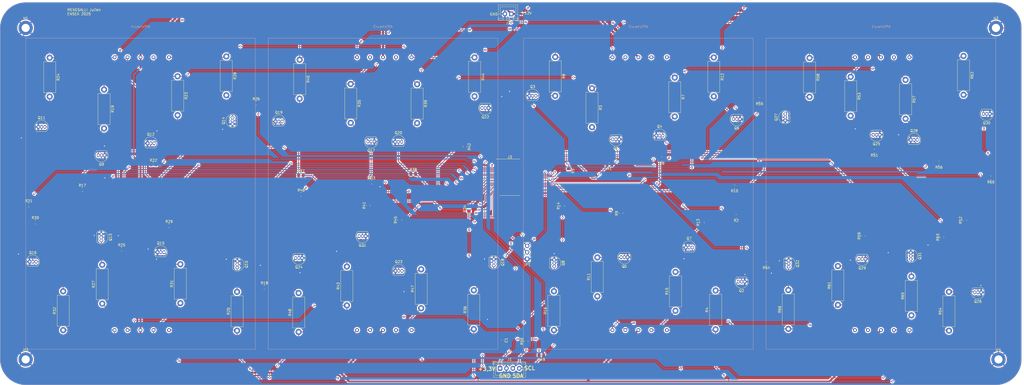
<source format=kicad_pcb>
(kicad_pcb (version 20221018) (generator pcbnew)
  (layers (0 "F.Cu" signal) (31 "B.Cu" signal) (34 "B.Paste" user) (35 "F.Paste" user) (36 "B.SilkS" user "B.Silkscreen") (37 "F.SilkS" user "F.Silkscreen") (38 "B.Mask" user) (39 "F.Mask" user) (44 "Edge.Cuts" user))
  (net 0 "")
  (net 1 "GND")
  (net 2 "/multiplexeur/rasberry_+3,3V")
  (net 3 "/multiplexeur/rasberry_sda")
  (net 4 "/multiplexeur/rasberry_scl")
  (net 5 "+12V")
  (net 6 "Net-(J3-Pin_a27)")
  (net 7 "Net-(Q1-B)")
  (net 8 "Net-(Q1-C)")
  (net 9 "Net-(Q2-B)")
  (net 10 "Net-(Q2-C)")
  (net 11 "Net-(Q3-B)")
  (net 12 "Net-(Q3-C)")
  (net 13 "Net-(Q4-B)")
  (net 14 "Net-(Q4-C)")
  (net 15 "Net-(Q5-B)")
  (net 16 "Net-(Q5-C)")
  (net 17 "Net-(Q6-B)")
  (net 18 "Net-(Q6-C)")
  (net 19 "Net-(Q7-B)")
  (net 20 "Net-(Q7-C)")
  (net 21 "Net-(Q8-B)")
  (net 22 "Net-(Q8-C)")
  (net 23 "Net-(Q9-B)")
  (net 24 "Net-(Q9-C)")
  (net 25 "Net-(Q10-B)")
  (net 26 "Net-(Q10-C)")
  (net 27 "Net-(Q11-B)")
  (net 28 "Net-(Q11-C)")
  (net 29 "Net-(Q12-B)")
  (net 30 "Net-(Q12-C)")
  (net 31 "Net-(Q13-B)")
  (net 32 "Net-(Q13-C)")
  (net 33 "Net-(Q14-B)")
  (net 34 "Net-(Q14-C)")
  (net 35 "Net-(Q15-B)")
  (net 36 "Net-(Q15-C)")
  (net 37 "Net-(Q16-B)")
  (net 38 "Net-(Q16-C)")
  (net 39 "Net-(Q17-B)")
  (net 40 "Net-(Q17-C)")
  (net 41 "Net-(Q18-B)")
  (net 42 "Net-(Q18-C)")
  (net 43 "Net-(Q19-B)")
  (net 44 "Net-(Q19-C)")
  (net 45 "Net-(Q20-B)")
  (net 46 "Net-(Q20-C)")
  (net 47 "Net-(Q21-B)")
  (net 48 "Net-(Q21-C)")
  (net 49 "Net-(Q22-B)")
  (net 50 "Net-(Q22-C)")
  (net 51 "Net-(Q23-B)")
  (net 52 "Net-(Q23-C)")
  (net 53 "Net-(Q24-B)")
  (net 54 "Net-(Q24-C)")
  (net 55 "Net-(Q25-B)")
  (net 56 "Net-(Q25-C)")
  (net 57 "Net-(Q26-B)")
  (net 58 "Net-(Q26-C)")
  (net 59 "Net-(Q27-B)")
  (net 60 "Net-(Q27-C)")
  (net 61 "Net-(Q28-B)")
  (net 62 "Net-(Q28-C)")
  (net 63 "Net-(Q29-B)")
  (net 64 "Net-(Q29-C)")
  (net 65 "Net-(Q30-B)")
  (net 66 "Net-(Q30-C)")
  (net 67 "Net-(Q31-B)")
  (net 68 "Net-(Q31-C)")
  (net 69 "Net-(Q32-B)")
  (net 70 "Net-(Q32-C)")
  (net 71 "con_a2")
  (net 72 "con_e2")
  (net 73 "aff_a")
  (net 74 "aff_e")
  (net 75 "con_b2")
  (net 76 "con_f2")
  (net 77 "aff_f")
  (net 78 "aff_b")
  (net 79 "con_c2")
  (net 80 "con_g2")
  (net 81 "aff_c")
  (net 82 "aff_g")
  (net 83 "con_d2")
  (net 84 "con_dp2")
  (net 85 "aff_d")
  (net 86 "aff_dp")
  (net 87 "con_a3")
  (net 88 "con_e3")
  (net 89 "con_b3")
  (net 90 "con_f3")
  (net 91 "con_c3")
  (net 92 "con_g3")
  (net 93 "con_d3")
  (net 94 "con_dp3")
  (net 95 "con_a4")
  (net 96 "con_e4")
  (net 97 "con_b4")
  (net 98 "con_f4")
  (net 99 "con_c4")
  (net 100 "con_g4")
  (net 101 "con_d4")
  (net 102 "con_dp4")
  (net 103 "con_a1")
  (net 104 "con_e1")
  (net 105 "con_b1")
  (net 106 "con_f1")
  (net 107 "con_c1")
  (net 108 "con_g1")
  (net 109 "con_d1")
  (net 110 "con_dp1")
  (footprint "Resistor_THT:R_Axial_DIN0414_L11.9mm_D4.5mm_P15.24mm_Horizontal" (layer "F.Cu") (at 262.3 153.58 -90)
    (fp_text reference "R39")
    (fp_text value "40")
  )
  (footprint "Capacitor_SMD:C_0603_1608Metric_Pad1.08x0.95mm_HandSolder" (layer "F.Cu") (at 295.8 253.9625 -90)
    (fp_text reference "C1")
    (fp_text value "1n")
  )
  (footprint "Resistor_THT:R_Axial_DIN0414_L11.9mm_D4.5mm_P15.24mm_Horizontal" (layer "F.Cu") (at 123.7 250.02 90)
    (fp_text reference "R32")
    (fp_text value "160")
  )
  (footprint "Package_TO_SOT_THT:TO-92_Inline" (layer "F.Cu") (at 290.3 162.9 180)
    (fp_text reference "Q22")
    (fp_text value "PN2222A")
  )
  (footprint "Resistor_THT:R_Axial_DIN0414_L11.9mm_D4.5mm_P15.24mm_Horizontal" (layer "F.Cu") (at 215.9 250.72 90)
    (fp_text reference "R48")
    (fp_text value "160")
  )
  (footprint "Resistor_SMD:R_0805_2012Metric" (layer "F.Cu") (at 476.8 206.9125 90)
    (fp_text reference "R52")
    (fp_text value "2,6k")
  )
  (footprint "MountingHole:MountingHole_3.2mm_M3_DIN965_Pad" (layer "F.Cu") (at 490 261.5)
    (fp_text reference "H4")
    (fp_text value "MountingHole_Pad")
  )
  (footprint "Resistor_THT:R_Axial_DIN0414_L11.9mm_D4.5mm_P15.24mm_Horizontal" (layer "F.Cu") (at 453.6 151.88 -90)
    (fp_text reference "R57")
    (fp_text value "40")
  )
  (footprint "Resistor_SMD:R_0805_2012Metric" (layer "F.Cu") (at 337.6125 185.1 180)
    (fp_text reference "R1")
    (fp_text value "2,6k")
  )
  (footprint "Resistor_THT:R_Axial_DIN0414_L11.9mm_D4.5mm_P15.24mm_Horizontal" (layer "F.Cu") (at 284.8 143.08 -90)
    (fp_text reference "R44")
    (fp_text value "40")
  )
  (footprint "Resistor_SMD:R_0805_2012Metric" (layer "F.Cu") (at 466.6875 184.5 180)
    (fp_text reference "R56")
    (fp_text value "2,6k")
  )
  (footprint "Resistor_SMD:R_0805_2012Metric" (layer "F.Cu") (at 399.1 223.9 180)
    (fp_text reference "R64")
    (fp_text value "2,6k")
  )
  (footprint "Package_TO_SOT_THT:TO-92_Inline" (layer "F.Cu") (at 344.74 221.4 180)
    (fp_text reference "Q5")
    (fp_text value "PN2222A")
  )
  (footprint "Resistor_SMD:R_0805_2012Metric" (layer "F.Cu") (at 396.4 159.6 180)
    (fp_text reference "R55")
    (fp_text value "2,6k")
  )
  (footprint "Package_TO_SOT_THT:TO-92_Inline" (layer "F.Cu") (at 388.77 167.24 180)
    (fp_text reference "Q6")
    (fp_text value "PN2222A")
  )
  (footprint "MountingHole:MountingHole_3.2mm_M3_DIN965_Pad" (layer "F.Cu") (at 489 131.5)
    (fp_text reference "H2")
    (fp_text value "MountingHole_Pad")
  )
  (footprint "Package_TO_SOT_THT:TO-92_Inline" (layer "F.Cu") (at 206.86 168.2)
    (fp_text reference "Q19")
    (fp_text value "PN2222A")
  )
  (footprint "Resistor_SMD:R_0805_2012Metric" (layer "F.Cu") (at 387.2875 205.4 180)
    (fp_text reference "R2")
    (fp_text value "2,6k")
  )
  (footprint "Package_TO_SOT_THT:TO-92_Inline" (layer "F.Cu") (at 139.97 181.44 180)
    (fp_text reference "Q9")
    (fp_text value "PN2222A")
  )
  (footprint "Package_TO_SOT_THT:TO-92_Inline" (layer "F.Cu") (at 356 173.7)
    (fp_text reference "Q4")
    (fp_text value "PN2222A")
  )
  (footprint "Resistor_THT:R_Axial_DIN0414_L11.9mm_D4.5mm_P15.24mm_Horizontal" (layer "F.Cu") (at 470.6 250.22 90)
    (fp_text reference "R54")
    (fp_text value "40")
  )
  (footprint "Resistor_SMD:R_0805_2012Metric" (layer "F.Cu") (at 202.4875 233.2)
    (fp_text reference "R18")
    (fp_text value "2,6k")
  )
  (footprint "Resistor_THT:R_Axial_DIN0414_L11.9mm_D4.5mm_P15.24mm_Horizontal" (layer "F.Cu") (at 236.3 153.48 -90)
    (fp_text reference "R35")
    (fp_text value "40")
  )
  (footprint "Package_TO_SOT_THT:TO-92_Inline" (layer "F.Cu") (at 406.5 167.77 90)
    (fp_text reference "Q27")
    (fp_text value "PN2222A")
  )
  (footprint "Connector_JST:JST_XH_B4B-XH-A_1x04_P2.50mm_Vertical" (layer "F.Cu") (at 294.8 265)
    (fp_text reference "J1")
    (fp_text value "Conn_01x04_Socket")
  )
  (footprint "Resistor_SMD:R_0805_2012Metric" (layer "F.Cu") (at 159.0175 185.06)
    (fp_text reference "R22")
    (fp_text value "2,6k")
  )
  (footprint "Resistor_THT:R_Axial_DIN0414_L11.9mm_D4.5mm_P15.24mm_Horizontal" (layer "F.Cu") (at 187.6 142.68 -90)
    (fp_text reference "R28")
    (fp_text value "40")
  )
  (footprint "Resistor_THT:R_Axial_DIN0414_L11.9mm_D4.5mm_P15.24mm_Horizontal" (layer "F.Cu") (at 284.5 249.62 90)
    (fp_text reference "R36")
    (fp_text value "40")
  )
  (footprint "Resistor_SMD:R_0805_2012Metric" (layer "F.Cu") (at 243.2 201.1125 90)
    (fp_text reference "R41")
    (fp_text value "2,6k")
  )
  (footprint "Package_TO_SOT_THT:TO-92_Inline" (layer "F.Cu") (at 242.17 213.14 180)
    (fp_text reference "Q21")
    (fp_text value "PN2222A")
  )
  (footprint "Package_SO:TSSOP-56_8x14mm_P0.5mm" (layer "F.Cu") (at 298.6 190.1)
    (fp_text reference "J3")
    (fp_text value "PCA9698DGG")
  )
  (footprint "Resistor_THT:R_Axial_DIN0414_L11.9mm_D4.5mm_P15.24mm_Horizontal" (layer "F.Cu") (at 263.9 241.42 90)
    (fp_text reference "R47")
    (fp_text value "40")
  )
  (footprint "Resistor_SMD:R_0805_2012Metric" (layer "F.Cu") (at 342.1 204.2 90)
    (fp_text reference "R9")
    (fp_text value "2,6k")
  )
  (footprint "Resistor_THT:R_Axial_DIN0414_L11.9mm_D4.5mm_P15.24mm_Horizontal" (layer "F.Cu") (at 432.1 150.68 -90)
    (fp_text reference "R53")
    (fp_text value "40")
  )
  (footprint "Resistor_THT:R_Axial_DIN0414_L11.9mm_D4.5mm_P15.24mm_Horizontal" (layer "F.Cu") (at 316.4 142.88 -90)
    (fp_text reference "R8")
    (fp_text value "40")
  )
  (footprint "Package_TO_SOT_THT:TO-92_Inline" (layer "F.Cu") (at 437.9 222.1 180)
    (fp_text reference "Q29")
    (fp_text value "PN2222A")
  )
  (footprint "Package_TO_SOT_THT:TO-92_Inline" (layer "F.Cu") (at 160.63 219.46)
    (fp_text reference "Q15")
    (fp_text value "PN2222A")
  )
  (footprint "Resistor_THT:R_Axial_DIN0414_L11.9mm_D4.5mm_P15.24mm_Horizontal" (layer "F.Cu") (at 216.3 143.98 -90)
    (fp_text reference "R40")
    (fp_text value "40")
  )
  (footprint "Resistor_THT:R_Axial_DIN0414_L11.9mm_D4.5mm_P15.24mm_Horizontal" (layer "F.Cu") (at 379.2 249.72 90)
    (fp_text reference "R4")
    (fp_text value "40")
  )
  (footprint "Resistor_SMD:R_0805_2012Metric" (layer "F.Cu") (at 112.7875 207.6)
    (fp_text reference "R30")
    (fp_text value "2,6k")
  )
  (footprint "Package_TO_SOT_THT:TO-92_Inline" (layer "F.Cu") (at 253.83 226.76)
    (fp_text reference "Q23")
    (fp_text value "PN2222A")
  )
  (footprint "Resistor_SMD:R_0805_2012Metric" (layer "F.Cu") (at 386.6125 193.8 180)
    (fp_text reference "R10")
    (fp_text value "2,6k")
  )
  (footprint "Package_TO_SOT_THT:TO-92_Inline" (layer "F.Cu") (at 113.96 170.3)
    (fp_text reference "Q11")
    (fp_text value "PN2222A")
  )
  (footprint "Package_TO_SOT_THT:TO-92_Inline" (layer "F.Cu") (at 483.2 235.2 180)
    (fp_text reference "Q26")
    (fp_text value "PN2222A")
  )
  (footprint "Package_TO_SOT_THT:TO-92_Inline" (layer "F.Cu") (at 455.63 175.4)
    (fp_text reference "Q28")
    (fp_text value "PN2222A")
  )
  (footprint "Resistor_SMD:R_0805_2012Metric" (layer "F.Cu") (at 255.5 206.8125 90)
    (fp_text reference "R45")
    (fp_text value "2,6k")
  )
  (footprint "Package_TO_SOT_THT:TO-92_Inline" (layer "F.Cu") (at 486.64 165.2 180)
    (fp_text reference "Q30")
    (fp_text value "PN2222A")
  )
  (footprint "Resistor_THT:R_Axial_DIN0414_L11.9mm_D4.5mm_P15.24mm_Horizontal" (layer "F.Cu") (at 332.9 236.74 90)
    (fp_text reference "R11")
    (fp_text value "40")
  )
  (footprint "Resistor_THT:R_Axial_DIN0414_L11.9mm_D4.5mm_P15.24mm_Horizontal" (layer "F.Cu") (at 330.8 155.18 -90)
    (fp_text reference "R3")
    (fp_text value "40")
  )
  (footprint "Resistor_SMD:R_0805_2012Metric" (layer "F.Cu") (at 131.1875 194.9)
    (fp_text reference "R17")
    (fp_text value "2,6k")
  )
  (footprint "Resistor_SMD:R_0805_2012Metric" (layer "F.Cu") (at 319.3 201.3 90)
    (fp_text reference "R14")
    (fp_text value "2,6k")
  )
  (footprint "Package_TO_SOT_THT:TO-92_Inline" (layer "F.Cu") (at 110.53 223.16)
    (fp_text reference "Q16")
    (fp_text value "PN2222A")
  )
  (footprint "Resistor_THT:R_Axial_DIN0414_L11.9mm_D4.5mm_P15.24mm_Horizontal" (layer "F.Cu") (at 407.7 249.52 90)
    (fp_text reference "R66")
    (fp_text value "160")
  )
  (footprint "Resistor_SMD:R_0805_2012Metric" (layer "F.Cu") (at 310.9875 259.9 180)
    (fp_text reference "R49")
    (fp_text value "1,6k")
  )
  (footprint "Resistor_THT:R_Axial_DIN0414_L11.9mm_D4.5mm_P15.24mm_Horizontal" (layer "F.Cu") (at 169.6 239.42 90)
    (fp_text reference "R31")
    (fp_text value "40")
  )
  (footprint "Resistor_SMD:R_0805_2012Metric" (layer "F.Cu") (at 321.7 187.6125 -90)
    (fp_text reference "R5")
    (fp_text value "2,6k")
  )
  (footprint "Package_TO_SOT_THT:TO-92_Inline" (layer "F.Cu") (at 341.44 175.2 180)
    (fp_text reference "Q1")
    (fp_text value "PN2222A")
  )
  (footprint "Package_TO_SOT_THT:TO-92_Inline" (layer "F.Cu") (at 316 222.46 -90)
    (fp_text reference "Q8")
    (fp_text value "PN2222A")
  )
  (footprint "Resistor_SMD:R_0805_2012Metric" (layer "F.Cu") (at 260.7875 188.7)
    (fp_text reference "R38")
    (fp_text value "2,6k")
  )
  (footprint "Package_TO_SOT_THT:TO-92_Inline" (layer "F.Cu") (at 455.64 219.63 -90)
    (fp_text reference "Q31")
    (fp_text value "PN2222A")
  )
  (footprint "Package_TO_SOT_THT:TO-92_Inline" (layer "F.Cu") (at 191.9 222.96 -90)
    (fp_text reference "Q10")
    (fp_text value "PN2222A")
  )
  (footprint "Package_TO_SOT_THT:TO-92_Inline" (layer "F.Cu") (at 217.27 221.74 180)
    (fp_text reference "Q24")
    (fp_text value "PN2222A")
  )
  (footprint "Resistor_SMD:R_0805_2012Metric" (layer "F.Cu") (at 281.1 178.0875 -90)
    (fp_text reference "R42")
    (fp_text value "2,6k")
  )
  (footprint "Resistor_SMD:R_0805_2012Metric" (layer "F.Cu") (at 165.1875 209.1)
    (fp_text reference "R29")
    (fp_text value "2,6k")
  )
  (footprint "Resistor_THT:R_Axial_DIN0414_L11.9mm_D4.5mm_P15.24mm_Horizontal" (layer "F.Cu") (at 378.5 143.08 -90)
    (fp_text reference "R12")
    (fp_text value "40")
  )
  (footprint "Resistor_SMD:R_0805_2012Metric" (layer "F.Cu") (at 486.9875 190.3 180)
    (fp_text reference "R60")
    (fp_text value "2,6k")
  )
  (footprint "Package_TO_SOT_THT:TO-92_Inline" (layer "F.Cu") (at 292.3 222.16 -90)
    (fp_text reference "Q18")
    (fp_text value "PN2222A")
  )
  (footprint "Resistor_THT:R_Axial_DIN0414_L11.9mm_D4.5mm_P15.24mm_Horizontal" (layer "F.Cu") (at 363.5 242.42 90)
    (fp_text reference "R15")
    (fp_text value "40")
  )
  (footprint "Connector_JST:JST_XH_B2B-XH-A_1x02_P2.50mm_Vertical" (layer "F.Cu") (at 299.2 126 180)
    (fp_text reference "J2")
    (fp_text value "Conn_01x02_Socket")
  )
  (footprint "Resistor_THT:R_Axial_DIN0414_L11.9mm_D4.5mm_P15.24mm_Horizontal" (layer "F.Cu") (at 363.2 150.98 -90)
    (fp_text reference "R7")
    (fp_text value "40")
  )
  (footprint "Package_TO_SOT_THT:TO-92_Inline" (layer "F.Cu") (at 390.64 231 180)
    (fp_text reference "Q2")
    (fp_text value "PN2222A")
  )
  (footprint "Resistor_SMD:R_0805_2012Metric" (layer "F.Cu") (at 305.0125 254.4 90)
    (fp_text reference "R50")
    (fp_text value "1,6k")
  )
  (footprint "Package_TO_SOT_THT:TO-92_Inline" (layer "F.Cu") (at 306.26 158.1)
    (fp_text reference "Q3")
    (fp_text value "PN2222A")
  )
  (footprint "Connector_PinHeader_2.54mm:PinHeader_1x03_P2.54mm_Vertical" (layer "F.Cu") (at 305.4 222.04 180)
    (fp_text reference "JP1")
    (fp_text value "Jumper_3_Bridged12")
  )
  (footprint "Resistor_SMD:R_0805_2012Metric" (layer "F.Cu") (at 358.2 182.9 180)
    (fp_text reference "R6")
    (fp_text value "2,6k")
  )
  (footprint "Resistor_SMD:R_0805_2012Metric" (layer "F.Cu") (at 199.2875 161)
    (fp_text reference "R26")
    (fp_text value "2,6k")
  )
  (footprint "Resistor_SMD:R_0805_2012Metric" (layer "F.Cu") (at 441.4 179.8 180)
    (fp_text reference "R51")
    (fp_text value "2,6k")
  )
  (footprint "Resistor_THT:R_Axial_DIN0414_L11.9mm_D4.5mm_P15.24mm_Horizontal" (layer "F.Cu") (at 191.8 250.22 90)
    (fp_text reference "R20")
    (fp_text value "40")
  )
  (footprint "Package_TO_SOT_THT:TO-92_Inline" (layer "F.Cu") (at 245.57 176.04 180)
    (fp_text reference "Q17")
    (fp_text value "PN2222A")
  )
  (footprint "Package_TO_SOT_THT:TO-92_Inline" (layer "F.Cu") (at 367.56 217.6)
    (fp_text reference "Q7")
    (fp_text value "PN2222A")
  )
  (footprint "Package_TO_SOT_THT:TO-92_Inline" (layer "F.Cu") (at 253.73 176.16)
    (fp_text reference "Q20")
    (fp_text value "PN2222A")
  )
  (footprint "Resistor_SMD:R_0805_2012Metric" (layer "F.Cu") (at 146.5875 218.3)
    (fp_text reference "R25")
    (fp_text value "2,6k")
  )
  (footprint "Resistor_THT:R_Axial_DIN0414_L11.9mm_D4.5mm_P15.24mm_Horizontal" (layer "F.Cu") (at 476.3 142.48 -90)
    (fp_text reference "R62")
    (fp_text value "40")
  )
  (footprint "Resistor_THT:R_Axial_DIN0414_L11.9mm_D4.5mm_P15.24mm_Horizontal" (layer "F.Cu") (at 168.5 150.48 -90)
    (fp_text reference "R23")
    (fp_text value "40")
  )
  (footprint "MountingHole:MountingHole_3.2mm_M3_DIN965_Pad" (layer "F.Cu") (at 109 131.5)
    (fp_text reference "H1")
    (fp_text value "MountingHole_Pad")
  )
  (footprint "Resistor_THT:R_Axial_DIN0414_L11.9mm_D4.5mm_P15.24mm_Horizontal" (layer "F.Cu") (at 416 143.28 -90)
    (fp_text reference "R58")
    (fp_text value "40")
  )
  (footprint "Package_TO_SOT_THT:TO-92_Inline" (layer "F.Cu") (at 156.73 176.76)
    (fp_text reference "Q12")
    (fp_text value "PN2222A")
  )
  (footprint "Resistor_SMD:R_0805_2012Metric" (layer "F.Cu") (at 244.4875 192)
    (fp_text reference "R33")
    (fp_text value "2,6k")
  )
  (footprint "Package_TO_SOT_THT:TO-92_Inline" (layer "F.Cu") (at 407.8 222.66 -90)
    (fp_text reference "Q32")
    (fp_text value "PN2222A")
  )
  (footprint "Resistor_SMD:R_0805_2012Metric" (layer "F.Cu") (at 437.1 213.0875 90)
    (fp_text reference "R59")
    (fp_text value "2,6k")
  )
  (footprint "Resistor_THT:R_Axial_DIN0414_L11.9mm_D4.5mm_P15.24mm_Horizontal" (layer "F.Cu") (at 315.9 250.02 90)
    (fp_text reference "R16")
    (fp_text value "160")
  )
  (footprint "Package_TO_SOT_THT:TO-92_Inline" (layer "F.Cu") (at 138.64 212.33 -90)
    (fp_text reference "Q13")
    (fp_text value "PN2222A")
  )
  (footprint "Resistor_SMD:R_0805_2012Metric" (layer "F.Cu") (at 282.6 202.3875 90)
    (fp_text reference "R34")
    (fp_text value "2,6k")
  )
  (footprint "Resistor_THT:R_Axial_DIN0414_L11.9mm_D4.5mm_P15.24mm_Horizontal" (layer "F.Cu") (at 427.1 240.12 90)
    (fp_text reference "R61")
    (fp_text value "40")
  )
  (footprint "Resistor_THT:R_Axial_DIN0414_L11.9mm_D4.5mm_P15.24mm_Horizontal" (layer "F.Cu") (at 139 239.62 90)
    (fp_text reference "R27")
    (fp_text value "40")
  )
  (footprint "Resistor_SMD:R_0805_2012Metric" (layer "F.Cu") (at 216.8875 196.8)
    (fp_text reference "R46")
    (fp_text value "2,6k")
  )
  (footprint "Package_TO_SOT_THT:TO-92_Inline" (layer "F.Cu") (at 190 169.17 90)
    (fp_text reference "Q14")
    (fp_text value "PN2222A")
  )
  (footprint "Resistor_SMD:R_0805_2012Metric" (layer "F.Cu") (at 374 207.8 90)
    (fp_text reference "R13")
    (fp_text value "2,6k")
  )
  (footprint "Resistor_THT:R_Axial_DIN0414_L11.9mm_D4.5mm_P15.24mm_Horizontal" (layer "F.Cu") (at 234.8 240.32 90)
    (fp_text reference "R43")
    (fp_text value "40")
  )
  (footprint "Resistor_THT:R_Axial_DIN0414_L11.9mm_D4.5mm_P15.24mm_Horizontal" (layer "F.Cu") (at 139.7 155.68 -90)
    (fp_text reference "R19")
    (fp_text value "40")
  )
  (footprint "Resistor_SMD:R_0805_2012Metric" (layer "F.Cu") (at 467.9 213.6125 90)
    (fp_text reference "R63")
    (fp_text value "2,6k")
  )
  (footprint "Resistor_SMD:R_0805_2012Metric" (layer "F.Cu") (at 216.8 189.3)
    (fp_text reference "R37")
    (fp_text value "2,6k")
  )
  (footprint "Resistor_THT:R_Axial_DIN0414_L11.9mm_D4.5mm_P15.24mm_Horizontal" (layer "F.Cu") (at 455.9 244.22 90)
    (fp_text reference "R65")
    (fp_text value "40")
  )
  (footprint "MountingHole:MountingHole_3.2mm_M3_DIN965_Pad" (layer "F.Cu") (at 109 261.5)
    (fp_text reference "H3")
    (fp_text value "MountingHole_Pad")
  )
  (footprint "Package_TO_SOT_THT:TO-92_Inline" (layer "F.Cu") (at 443.5 173.4 180)
    (fp_text reference "Q25")
    (fp_text value "PN2222A")
  )
  (footprint "Resistor_THT:R_Axial_DIN0414_L11.9mm_D4.5mm_P15.24mm_Horizontal" (layer "F.Cu") (at 118.4 143.18 -90)
    (fp_text reference "R24")
    (fp_text value "40")
  )
  (footprint "Resistor_SMD:R_0805_2012Metric" (layer "F.Cu") (at 110.1875 201)
    (fp_text reference "R21")
    (fp_text value "2,6k")
  )
  (footprint "Display_footprint:Aff_7seg_footprint" (layer "B.Cu") (at 248.96 131.5 180)
    (fp_text reference "Afficheur3")
    (fp_text value "HDSP-7501")
  )
  (footprint "Display_footprint:Aff_7seg_footprint" (layer "B.Cu") (at 348.96 131.5 180)
    (fp_text reference "Afficheur2")
    (fp_text value "HDSP-7501")
  )
  (footprint "Display_footprint:Aff_7seg_footprint" (layer "B.Cu") (at 153.98 131.5 180)
    (fp_text reference "Afficheur4")
    (fp_text value "HDSP-7501")
  )
  (footprint "Display_footprint:Aff_7seg_footprint" (layer "B.Cu") (at 443.96 131.5 180)
    (fp_text reference "Afficheur1")
    (fp_text value "HDSP-7501")
  )
  (gr_line (start 99 131.5) (end 99 261.5) (stroke (width 0.1)) (layer "Edge.Cuts"))
  (gr_arc (start 99 131.5) (mid 101.928932 124.428932) (end 109 121.5) (stroke (width 0.1)) (layer "Edge.Cuts"))
  (gr_arc (start 109 271.5) (mid 101.928932 268.571068) (end 99 261.5) (stroke (width 0.1)) (layer "Edge.Cuts"))
  (gr_line (start 499 131.5) (end 499 261.5) (stroke (width 0.1)) (layer "Edge.Cuts"))
  (gr_arc (start 499 261.5) (mid 496.071068 268.571068) (end 489 271.5) (stroke (width 0.1)) (layer "Edge.Cuts"))
  (gr_line (start 109 271.5) (end 489 271.5) (stroke (width 0.1)) (layer "Edge.Cuts"))
  (gr_arc (start 489 121.5) (mid 496.071068 124.428932) (end 499 131.5) (stroke (width 0.1)) (layer "Edge.Cuts"))
  (gr_line (start 489 121.5) (end 109 121.5) (stroke (width 0.1)) (layer "Edge.Cuts"))
  (gr_text "+12V" (at 303.1 126.3) (layer "F.SilkS") (effects (font (size 1 1)) (justify left bottom)))
  (gr_text "SCL" (at 304.1 265.8) (layer "F.SilkS") (effects (font (size 1.5 1.5) (thickness 0.3) bold) (justify left bottom)))
  (gr_text "GND" (at 294.2 268.8) (layer "F.SilkS") (effects (font (size 1.5 1.5) (thickness 0.3) bold) (justify left bottom)))
  (gr_text "+3,3V" (at 286 266.1) (layer "F.SilkS") (effects (font (size 1.5 1.5) (thickness 0.3) bold) (justify left bottom)))
  (gr_text "MENEGALLI Julien\nENSEA 2025" (at 125.2 126.6) (layer "F.SilkS") (effects (font (size 1 1)) (justify left bottom)))
  (gr_text "SDA" (at 299.5 268.8) (layer "F.SilkS") (effects (font (size 1.5 1.5) (thickness 0.3) bold) (justify left bottom)))
  (gr_text "GND" (at 290.7 126.7) (layer "F.SilkS") (effects (font (size 1 1)) (justify left bottom)))
  (segment (start 302.2 196.3) (end 302.2 194.607236) (width 0.25) (layer "F.Cu") (net 1))
  (segment (start 316 220) (end 316 222.46) (width 0.25) (layer "F.Cu") (net 1))
  (segment (start 483.2 232.6) (end 483.2 235.2) (width 0.25) (layer "F.Cu") (net 1))
  (segment (start 295.8 254.825) (end 299.325 254.825) (width 0.25) (layer "F.Cu") (net 1))
  (segment (start 483.1 232.5) (end 483.2 232.6) (width 0.25) (layer "F.Cu") (net 1))
  (segment (start 295 188.607236) (end 295 194.092764) (width 0.25) (layer "F.Cu") (net 1))
  (segment (start 295 188.092764) (end 294.742764 188.35) (width 0.25) (layer "F.Cu") (net 1))
  (segment (start 108.23 166.9) (end 108.23 132.27) (width 0.25) (layer "F.Cu") (net 1))
  (segment (start 461.6 188.6) (end 464.9 191.9) (width 0.25) (layer "F.Cu") (net 1))
  (segment (start 190 169.17) (end 205.89 169.17) (width 0.25) (layer "F.Cu") (net 1))
  (segment (start 453.63 173.4) (end 455.63 175.4) (width 0.25) (layer "F.Cu") (net 1))
  (segment (start 156.73 176.76) (end 144.65 176.76) (width 0.25) (layer "F.Cu") (net 1))
  (segment (start 295.8 251.7) (end 289.9 245.8) (width 0.25) (layer "F.Cu") (net 1))
  (segment (start 294.742764 194.35) (end 293.9375 194.35) (width 0.25) (layer "F.Cu") (net 1))
  (segment (start 295 194.607236) (end 294.742764 194.35) (width 0.25) (layer "F.Cu") (net 1))
  (segment (start 160.2 221.06) (end 160.63 220.63) (width 0.25) (layer "F.Cu") (net 1))
  (segment (start 429.6 220.2) (end 432 222.6) (width 0.25) (layer "F.Cu") (net 1))
  (segment (start 288.7 222.1) (end 292.24 222.1) (width 0.25) (layer "F.Cu") (net 1))
  (segment (start 107 223.2) (end 106.96 223.16) (width 0.25) (layer "F.Cu") (net 1))
  (segment (start 344.74 224.06) (end 344.74 221.4) (width 0.25) (layer "F.Cu") (net 1))
  (segment (start 299.325 254.825) (end 300.9 256.4) (width 0.25) (layer "F.Cu") (net 1))
  (segment (start 156.73 175.57) (end 160.4 171.9) (width 0.25) (layer "F.Cu") (net 1))
  (segment (start 290.3 162.9) (end 291.01 162.9) (width 0.25) (layer "F.Cu") (net 1))
  (segment (start 302.2 191.592764) (end 302.457236 191.85) (width 0.25) (layer "F.Cu") (net 1))
  (segment (start 306.26 157.06) (end 305.6 156.4) (width 0.25) (layer "F.Cu") (net 1))
  (segment (start 480.4 191.9) (end 490 201.5) (width 0.25) (layer "F.Cu") (net 1))
  (segment (start 294.742764 196.85) (end 295 196.592764) (width 0.25) (layer "F.Cu") (net 1))
  (segment (start 496.2 133.7) (end 494 131.5) (width 0.25) (layer "F.Cu") (net 1))
  (segment (start 139.9 177.8) (end 139.97 177.87) (width 0.25) (layer "F.Cu") (net 1))
  (segment (start 397.8 231) (end 401.1 227.7) (width 0.25) (layer "F.Cu") (net 1))
  (segment (start 108.23 132.27) (end 109 131.5) (width 0.25) (layer "F.Cu") (net 1))
  (segment (start 106.2 220.2) (end 106.2 222.4) (width 0.25) (layer "F.Cu") (net 1))
  (segment (start 302.2 194.607236) (end 302.457236 194.35) (width 0.25) (layer "F.Cu") (net 1))
  (segment (start 241.3 215.97) (end 242.17 215.1) (width 0.25) (layer "F.Cu") (net 1))
  (segment (start 302.457236 194.35) (end 302.2 194.092764) (width 0.25) (layer "F.Cu") (net 1))
  (segment (start 253.61 176.04) (end 253.73 176.16) (width 0.25) (layer "F.Cu") (net 1))
  (segment (start 302.457236 191.85) (end 303.2625 191.85) (width 0.25) (layer "F.Cu") (net 1))
  (segment (start 187.6 222.2) (end 188.36 222.96) (width 0.25) (layer "F.Cu") (net 1))
  (segment (start 356 171.1) (end 354.1 169.2) (width 0.25) (layer "F.Cu") (net 1))
  (segment (start 186.1 171.3) (end 188.23 169.17) (width 0.25) (layer "F.Cu") (net 1))
  (segment (start 440.37 219.63) (end 446.8 219.63) (width 0.25) (layer "F.Cu") (net 1))
  (segment (start 493.9 167.6) (end 480.4 181.1) (width 0.25) (layer "F.Cu") (net 1))
  (segment (start 352.2 178.4) (end 377.835 178.4) (width 0.25) (layer "F.Cu") (net 1))
  (segment (start 450.9 173.4) (end 453.63 173.4) (width 0.25) (layer "F.Cu") (net 1))
  (segment (start 493.9 165.2) (end 493.9 167.6) (width 0.25) (layer "F.Cu") (net 1))
  (segment (start 341.44 171.86) (end 341.44 175.2) (width 0.25) (layer "F.Cu") (net 1))
  (segment (start 139.97 177.87) (end 139.97 181.44) (width 0.25) (layer "F.Cu") (net 1))
  (segment (start 110.53 223.16) (end 106.96 223.16) (width 0.25) (layer "F.Cu") (net 1))
  (segment (start 107 259.5) (end 107 223.2) (width 0.25) (layer "F.Cu") (net 1))
  (segment (start 158.26 219.46) (end 160.63 219.46) (width 0.25) (layer "F.Cu") (net 1))
  (segment (start 366.8 221.3) (end 367.56 220.54) (width 0.25) (layer "F.Cu") (net 1))
  (segment (start 483.2 254.7) (end 490 261.5) (width 0.25) (layer "F.Cu") (net 1))
  (segment (start 455.64 217.86) (end 456.8 216.7) (width 0.25) (layer "F.Cu") (net 1))
  (segment (start 404.2 222.8) (end 404.34 222.66) (width 0.25) (layer "F.Cu") (net 1))
  (segment (start 107.3 167.83) (end 108.23 166.9) (width 0.25) (layer "F.Cu") (net 1))
  (segment (start 377.835 178.4) (end 388.77 167.465) (width 0.25) (layer "F.Cu") (net 1))
  (segment (start 390.64 231) (end 397.8 231) (width 0.25) (layer "F.Cu") (net 1))
  (segment (start 294.742764 185.85) (end 295 186.107236) (width 0.25) (layer "F.Cu") (net 1))
  (segment (start 109 261.5) (end 107 259.5) (width 0.25) (layer "F.Cu") (net 1))
  (segment (start 136.47 212.33) (end 138.64 212.33) (width 0.25) (layer "F.Cu") (net 1))
  (segment (start 309.9 203.4875) (end 309.9 220.5) (width 0.25) (layer "F.Cu") (net 1))
  (segment (start 351.6 174.6) (end 351.6 177.8) (width 0.25) (layer "F.Cu") (net 1))
  (segment (start 292.24 222.1) (end 292.3 222.16) (width 0.25) (layer "F.Cu") (net 1))
  (segment (start 135.9 212.9) (end 136.47 212.33) (width 0.25) (layer "F.Cu") (net 1))
  (segment (start 109.53 260.97) (end 109 261.5) (width 0.25) (layer "F.Cu") (net 1))
  (segment (start 247.8 193.8) (end 251.9 193.8) (width 0.25) (layer "F.Cu") (net 1))
  (segment (start 291.01 162.9) (end 295.47 158.44) (width 0.25) (layer "F.Cu") (net 1))
  (segment (start 306.26 158.1) (end 306.26 157.06) (width 0.25) (layer "F.Cu") (net 1))
  (segment (start 160.63 220.63) (end 160.63 219.46) (width 0.25) (layer "F.Cu") (net 1))
  (segment (start 303.2625 194.35) (end 302.457236 194.35) (width 0.25) (layer "F.Cu") (net 1))
  (segment (start 356 173.7) (end 356 171.1) (width 0.25) (layer "F.Cu") (net 1))
  (segment (start 228.16 221.74) (end 230.8 219.1) (width 0.25) (layer "F.Cu") (net 1))
  (segment (start 252.6 183.1) (end 245.57 176.07) (width 0.25) (layer "F.Cu") (net 1))
  (segment (start 295 194.092764) (end 302.2 194.092764) (width 0.25) (layer "F.Cu") (net 1))
  (segment (start 217.27 221.74) (end 228.16 221.74) (width 0.25) (layer "F.Cu") (net 1))
  (segment (start 109.4 166.9) (end 108.23 166.9) (width 0.25) (layer "F.Cu") (net 1))
  (segment (start 486.64 165.2) (end 493.9 165.2) (width 0.25) (layer "F.Cu") (net 1))
  (segment (start 293.9375 185.85) (end 294.742764 185.85) (width 0.25) (layer "F.Cu") (net 1))
  (segment (start 205.89 169.17) (end 206.86 168.2) (width 0.25) (layer "F.Cu") (net 1))
  (segment (start 144.63 212.33) (end 145.3 213) (width 0.25) (layer "F.Cu") (net 1))
  (segment (start 138.64 212.33) (end 144.63 212.33) (width 0.25) (layer "F.Cu") (net 1))
  (segment (start 351.6 177.8) (end 352.2 178.4) (width 0.25) (layer "F.Cu") (net 1))
  (segment (start 305.28 222.16) (end 305.4 222.04) (width 0.25) (layer "F.Cu") (net 1))
  (segment (start 344.1 169.2) (end 341.44 171.86) (width 0.25) (layer "F.Cu") (net 1))
  (segment (start 140 190.3) (end 139.97 190.27) (width 0.25) (layer "F.Cu") (net 1))
  (segment (start 496.2 162.9) (end 496.2 133.7) (width 0.25) (layer "F.Cu") (net 1))
  (segment (start 389.3 167.77) (end 406.5 167.77) (width 0.25) (layer "F.Cu") (net 1))
  (segment (start 464.9 191.9) (end 480.4 191.9) (width 0.25) (layer "F.Cu") (net 1))
  (segment (start 344.74 221.4) (end 363.76 221.4) (width 0.25) (layer "F.Cu") (net 1))
  (segment (start 408.8 220.2) (end 429.6 220.2) (width 0.25) (layer "F.Cu") (net 1))
  (segment (start 295 186.107236) (end 295 188.092764) (width 0.25) (layer "F.Cu") (net 1))
  (segment (start 480.4 181.1) (end 480.4 191.9) (width 0.25) (layer "F.Cu") (net 1))
  (segment (start 388.77 167.465) (end 388.77 167.24) (width 0.25) (layer "F.Cu") (net 1))
  (segment (start 455.63 175.4) (end 455.63 185.43) (width 0.25) (layer "F.Cu") (net 1))
  (segment (start 303.2625 196.85) (end 302.525001 196.85) (width 0.25) (layer "F.Cu") (net 1))
  (segment (start 303.2625 196.85) (end 309.9 203.4875) (width 0.25) (layer "F.Cu") (net 1))
  (segment (start 293.9375 196.85) (end 294.742764 196.85) (width 0.25) (layer "F.Cu") (net 1))
  (segment (start 295.8 251.7) (end 295.8 253.1) (width 0.25) (layer "F.Cu") (net 1))
  (segment (start 256.2 234.9) (end 257.2 234.9) (width 0.25) (layer "F.Cu") (net 1))
  (segment (start 292.3 222.16) (end 305.28 222.16) (width 0.25) (layer "F.Cu") (net 1))
  (segment (start 253.83 232.53) (end 256.2 234.9) (width 0.25) (layer "F.Cu") (net 1))
  (segment (start 456.8 216.7) (end 462.4 216.7) (width 0.25) (layer "F.Cu") (net 1))
  (segment (start 144.65 176.76) (end 139.97 181.44) (width 0.25) (layer "F.Cu") (net 1))
  (segment (start 343.4 225.4) (end 344.74 224.06) (width 0.25) (layer "F.Cu") (net 1))
  (segment (start 483.2 235.2) (end 483.2 254.7) (width 0.25) (layer "F.Cu") (net 1))
  (segment (start 302.2 194.092764) (end 302.2 191.592764) (width 0.25) (layer "F.Cu") (net 1))
  (segment (start 455.63 185.43) (end 458.8 188.6) (width 0.25) (layer "F.Cu") (net 1))
  (segment (start 309.9 220.5) (end 308.36 222.04) (width 0.25) (layer "F.Cu") (net 1))
  (segment (start 407.8 221.2) (end 408.8 220.2) (width 0.25) (layer "F.Cu") (net 1))
  (segment (start 188.23 169.17) (end 190 169.17) (width 0.25) (layer "F.Cu") (net 1))
  (segment (start 242.17 213.14) (end 242.17 215.1) (width 0.25) (layer "F.Cu") (net 1))
  (segment (start 303.2625 196.35) (end 302.25 196.35) (width 0.25) (layer "F.Cu") (net 1))
  (segment (start 157 218.2) (end 158.26 219.46) (width 0.25) (layer "F.Cu") (net 1))
  (segment (start 299 156.4) (end 298.5 156.4) (width 0.25) (layer "F.Cu") (net 1))
  (segment (start 253.83 226.76) (end 253.83 232.53) (width 0.25) (layer "F.Cu") (net 1))
  (segment (start 297.3 262) (end 297.3 265) (width 0.25) (layer "F.Cu") (net 1))
  (segment (start 252.6 193.1) (end 252.6 183.1) (width 0.25) (layer "F.Cu") (net 1))
  (segment (start 216.4 227.5) (end 217.27 226.63) (width 0.25) (layer "F.Cu") (net 1))
  (segment (start 426.37 167.77) (end 428.3 169.7) (width 0.25) (layer "F.Cu") (net 1))
  (segment (start 390.64 228.26) (end 390.7 228.2) (width 0.25) (layer "F.Cu") (net 1))
  (segment (start 245.57 176.04) (end 253.61 176.04) (width 0.25) (layer "F.Cu") (net 1))
  (segment (start 303.2625 185.85) (end 302.457236 185.85) (width 0.25) (layer "F.Cu") (net 1))
  (segment (start 302.2 186.107236) (end 302.2 191.592764) (width 0.25) (layer "F.Cu") (net 1))
  (segment (start 406.5 167.77) (end 426.37 167.77) (width 0.25) (layer "F.Cu") (net 1))
  (segment (start 458.8 188.6) (end 461.6 188.6) (width 0.25) (layer "F.Cu") (net 1))
  (segment (start 241.3 217.1) (end 241.3 215.97) (width 0.25) (layer "F.Cu") (net 1))
  (segment (start 113.96 170.3) (end 112.8 170.3) (width 0.25) (layer "F.Cu") (net 1))
  (segment (start 388.77 167.24) (end 389.3 167.77) (width 0.25) (layer "F.Cu") (net 1))
  (segment (start 354.1 169.2) (end 344.1 169.2) (width 0.25) (layer "F.Cu") (net 1))
  (segment (start 363.76 221.4) (end 367.56 217.6) (width 0.25) (layer "F.Cu") (net 1))
  (segment (start 428.3 169.7) (end 429.7 171.1) (width 0.25) (layer "F.Cu") (net 1))
  (segment (start 112.8 170.3) (end 109.4 166.9) (width 0.25) (layer "F.Cu") (net 1))
  (segment (start 302.525001 196.85) (end 302.2 196.524999) (width 0.25) (layer "F.Cu") (net 1))
  (segment (start 295 194.092764) (end 294.742764 194.35) (width 0.25) (layer "F.Cu") (net 1))
  (segment (start 242.17 215.1) (end 253.83 226.76) (width 0.25) (layer "F.Cu") (net 1))
  (segment (start 311.86 222.46) (end 316 222.46) (width 0.25) (layer "F.Cu") (net 1))
  (segment (start 251.9 193.8) (end 252.6 193.1) (width 0.25) (layer "F.Cu") (net 1))
  (segment (start 245.57 176.07) (end 245.57 176.04) (width 0.25) (layer "F.Cu") (net 1))
  (segment (start 300.9 256.4) (end 300.9 258.4) (width 0.25) (layer "F.Cu") (net 1))
  (segment (start 294.742764 188.35) (end 295 188.607236) (width 0.25) (layer "F.Cu") (net 1))
  (segment (start 200.9 224.6) (end 199.26 222.96) (width 0.25) (layer "F.Cu") (net 1))
  (segment (start 309.9 220.5) (end 311.86 222.46) (width 0.25) (layer "F.Cu") (net 1))
  (segment (start 390.64 231) (end 390.64 228.26) (width 0.25) (layer "F.Cu") (net 1))
  (segment (start 300.9 258.4) (end 297.3 262) (width 0.25) (layer "F.Cu") (net 1))
  (segment (start 160.2 222.2) (end 160.2 221.06) (width 0.25) (layer "F.Cu") (net 1))
  (segment (start 356 173.7) (end 352.5 173.7) (width 0.25) (layer "F.Cu") (net 1))
  (segment (start 302.2 196.524999) (end 302.2 196.3) (width 0.25) (layer "F.Cu") (net 1))
  (segment (start 295 196.592764) (end 295 194.607236) (width 0.25) (layer "F.Cu") (net 1))
  (segment (start 446.8 219.63) (end 455.64 219.63) (width 0.25) (layer "F.Cu") (net 1))
  (segment (start 367.56 220.54) (end 367.56 217.6) (width 0.25) (layer "F.Cu") (net 1))
  (segment (start 352.5 173.7) (end 351.6 174.6) (width 0.25) (layer "F.Cu") (net 1))
  (segment (start 308.36 222.04) (end 305.4 222.04) (width 0.25) (layer "F.Cu") (net 1))
  (segment (start 305.6 156.4) (end 299 156.4) (width 0.25) (layer "F.Cu") (net 1))
  (segment (start 139.97 190.27) (end 139.97 181.44) (width 0.25) (layer "F.Cu") (net 1))
  (segment (start 404.34 222.66) (end 407.8 222.66) (width 0.25) (layer "F.Cu") (net 1))
  (segment (start 490 201.5) (end 490 261.5) (width 0.25) (layer "F.Cu") (net 1))
  (segment (start 437.9 222.1) (end 440.37 219.63) (width 0.25) (layer "F.Cu") (net 1))
  (segment (start 188.36 222.96) (end 191.9 222.96) (width 0.25) (layer "F.Cu") (net 1))
  (segment (start 156.73 176.76) (end 156.73 175.57) (width 0.25) (layer "F.Cu") (net 1))
  (segment (start 217.27 226.63) (end 217.27 221.74) (width 0.25) (layer "F.Cu") (net 1))
  (segment (start 199.26 222.96) (end 191.9 222.96) (width 0.25) (layer "F.Cu") (net 1))
  (segment (start 302.25 196.35) (end 302.2 196.3) (width 0.25) (layer "F.Cu") (net 1))
  (segment (start 493.9 165.2) (end 496.2 162.9) (width 0.25) (layer "F.Cu") (net 1))
  (segment (start 294.742764 188.35) (end 293.9375 188.35) (width 0.25) (layer "F.Cu") (net 1))
  (segment (start 366.8 222) (end 366.8 221.3) (width 0.25) (layer "F.Cu") (net 1))
  (segment (start 106.2 222.4) (end 106.96 223.16) (width 0.25) (layer "F.Cu") (net 1))
  (segment (start 429.7 171.1) (end 433.9 171.1) (width 0.25) (layer "F.Cu") (net 1))
  (segment (start 407.8 222.66) (end 407.8 221.2) (width 0.25) (layer "F.Cu") (net 1))
  (segment (start 455.64 219.63) (end 455.64 217.86) (width 0.25) (layer "F.Cu") (net 1))
  (segment (start 107.3 174.6) (end 107.3 167.83) (width 0.25) (layer "F.Cu") (net 1))
  (segment (start 302.457236 185.85) (end 302.2 186.107236) (width 0.25) (layer "F.Cu") (net 1))
  (segment (start 494 131.5) (end 489 131.5) (width 0.25) (layer "F.Cu") (net 1))
  (via (at 160.4 171.9) (size 0.8) (drill 0.4) (layers "F.Cu" "B.Cu") (net 1))
  (via (at 140 190.3) (size 0.8) (drill 0.4) (layers "F.Cu" "B.Cu") (net 1))
  (via (at 316 220) (size 0.8) (drill 0.4) (layers "F.Cu" "B.Cu") (net 1))
  (via (at 295.47 158.44) (size 0.8) (drill 0.4) (layers "F.Cu" "B.Cu") (net 1))
  (via (at 288.7 222.1) (size 0.8) (drill 0.4) (layers "F.Cu" "B.Cu") (net 1))
  (via (at 404.2 222.8) (size 0.8) (drill 0.4) (layers "F.Cu" "B.Cu") (net 1))
  (via (at 139.9 177.8) (size 0.8) (drill 0.4) (layers "F.Cu" "B.Cu") (net 1))
  (via (at 433.9 171.1) (size 0.8) (drill 0.4) (layers "F.Cu" "B.Cu") (net 1))
  (via (at 450.9 173.4) (size 0.8) (drill 0.4) (layers "F.Cu" "B.Cu") (net 1))
  (via (at 257.2 234.9) (size 0.8) (drill 0.4) (layers "F.Cu" "B.Cu") (net 1))
  (via (at 107.3 174.6) (size 0.8) (drill 0.4) (layers "F.Cu" "B.Cu") (net 1))
  (via (at 401.1 227.7) (size 0.8) (drill 0.4) (layers "F.Cu" "B.Cu") (net 1))
  (via (at 483.1 232.5) (size 0.8) (drill 0.4) (layers "F.Cu" "B.Cu") (net 1))
  (via (at 343.4 225.4) (size 0.8) (drill 0.4) (layers "F.Cu" "B.Cu") (net 1))
  (via (at 200.9 224.6) (size 0.8) (drill 0.4) (layers "F.Cu" "B.Cu") (net 1))
  (via (at 216.4 227.5) (size 0.8) (drill 0.4) (layers "F.Cu" "B.Cu") (net 1))
  (via (at 135.9 212.9) (size 0.8) (drill 0.4) (layers "F.Cu" "B.Cu") (net 1))
  (via (at 366.8 222) (size 0.8) (drill 0.4) (layers "F.Cu" "B.Cu") (net 1))
  (via (at 157 218.2) (size 0.8) (drill 0.4) (layers "F.Cu" "B.Cu") (net 1))
  (via (at 160.2 222.2) (size 0.8) (drill 0.4) (layers "F.Cu" "B.Cu") (net 1))
  (via (at 432 222.6) (size 0.8) (drill 0.4) (layers "F.Cu" "B.Cu") (net 1))
  (via (at 446.8 219.63) (size 0.8) (drill 0.4) (layers "F.Cu" "B.Cu") (net 1))
  (via (at 462.4 216.7) (size 0.8) (drill 0.4) (layers "F.Cu" "B.Cu") (net 1))
  (via (at 106.2 220.2) (size 0.8) (drill 0.4) (layers "F.Cu" "B.Cu") (net 1))
  (via (at 230.8 219.1) (size 0.8) (drill 0.4) (layers "F.Cu" "B.Cu") (net 1))
  (via (at 186.1 171.3) (size 0.8) (drill 0.4) (layers "F.Cu" "B.Cu") (net 1))
  (via (at 390.7 228.2) (size 0.8) (drill 0.4) (layers "F.Cu" "B.Cu") (net 1))
  (via (at 187.6 222.2) (size 0.8) (drill 0.4) (layers "F.Cu" "B.Cu") (net 1))
  (via (at 241.3 217.1) (size 0.8) (drill 0.4) (layers "F.Cu" "B.Cu") (net 1))
  (via (at 247.8 193.8) (size 0.8) (drill 0.4) (layers "F.Cu" "B.Cu") (net 1))
  (via (at 289.9 245.8) (size 0.8) (drill 0.4) (layers "F.Cu" "B.Cu") (net 1))
  (via (at 298.5 156.4) (size 0.8) (drill 0.4) (layers "F.Cu" "B.Cu") (net 1))
  (via (at 145.3 213) (size 0.8) (drill 0.4) (layers "F.Cu" "B.Cu") (net 1))
  (segment (start 432 222.6) (end 435.5 226.1) (width 0.25) (layer "B.Cu") (net 1))
  (segment (start 444.7 173.4) (end 447.8 170.3) (width 0.25) (layer "B.Cu") (net 1))
  (segment (start 285.5 245.8) (end 274.6 234.9) (width 0.25) (layer "B.Cu") (net 1))
  (segment (start 145.3 194.3) (end 145.3 213) (width 0.25) (layer "B.Cu") (net 1))
  (segment (start 160.4 171.9) (end 185.5 171.9) (width 0.25) (layer "B.Cu") (net 1))
  (segment (start 289.9 245.8) (end 285.5 245.8) (width 0.25) (layer "B.Cu") (net 1))
  (segment (start 201.6 224.6) (end 204.5 227.5) (width 0.25) (layer "B.Cu") (net 1))
  (segment (start 295.5 158.47) (end 295.47 158.44) (width 0.25) (layer "B.Cu") (net 1))
  (segment (start 443.5 173.4) (end 444.7 173.4) (width 0.25) (layer "B.Cu") (net 1))
  (segment (start 369 222) (end 375.2 228.2) (width 0.25) (layer "B.Cu") (net 1))
  (segment (start 366.8 222) (end 369 222) (width 0.25) (layer "B.Cu") (net 1))
  (segment (start 129.6 219.2) (end 135.9 212.9) (width 0.25) (layer "B.Cu") (net 1))
  (segment (start 160.2 222.2) (end 187.6 222.2) (width 0.25) (layer "B.Cu") (net 1))
  (segment (start 274.6 234.9) (end 257.2 234.9) (width 0.25) (layer "B.Cu") (net 1))
  (segment (start 434.7 170.3) (end 433.9 171.1) (width 0.25) (layer "B.Cu") (net 1))
  (segment (start 440.33 226.1) (end 446.8 219.63) (width 0.25) (layer "B.Cu") (net 1))
  (segment (start 298.5 156.4) (end 297.51 156.4) (width 0.25) (layer "B.Cu") (net 1))
  (segment (start 287.4 222.1) (end 274.6 234.9) (width 0.25) (layer "B.Cu") (net 1))
  (segment (start 242.17 200.53) (end 242.17 213.14) (width 0.25) (layer "B.Cu") (net 1))
  (segment (start 247.8 193.8) (end 247.8 194.9) (width 0.25) (layer "B.Cu") (net 1))
  (segment (start 341.3 225.4) (end 343.4 225.4) (width 0.25) (layer "B.Cu") (net 1))
  (segment (start 316.9 219.1) (end 335 219.1) (width 0.25) (layer "B.Cu") (net 1))
  (segment (start 136.7 174.6) (end 139.9 177.8) (width 0.25) (layer "B.Cu") (net 1))
  (segment (start 204.5 227.5) (end 216.4 227.5) (width 0.25) (layer "B.Cu") (net 1))
  (segment (start 297.51 156.4) (end 295.47 158.44) (width 0.25) (layer "B.Cu") (net 1))
  (segment (start 316 220) (end 316.9 219.1) (width 0.25) (layer "B.Cu") (net 1))
  (segment (start 230.8 219.1) (end 239.3 219.1) (width 0.25) (layer "B.Cu") (net 1))
  (segment (start 462.4 216.7) (end 467.3 216.7) (width 0.25) (layer "B.Cu") (net 1))
  (segment (start 450.9 173.4) (end 447.8 170.3) (width 0.25) (layer "B.Cu") (net 1))
  (segment (start 335 219.1) (end 341.3 225.4) (width 0.25) (layer "B.Cu") (net 1))
  (segment (start 200.9 224.6) (end 201.6 224.6) (width 0.25) (layer "B.Cu") (net 1))
  (segment (start 467.3 216.7) (end 479.1 228.5) (width 0.25) (layer "B.Cu") (net 1))
  (segment (start 107.3 174.6) (end 136.7 174.6) (width 0.25) (layer "B.Cu") (net 1))
  (segment (start 151.8 213) (end 157 218.2) (width 0.25) (layer "B.Cu") (net 1))
  (segment (start 185.5 171.9) (end 186.1 171.3) (width 0.25) (layer "B.Cu") (net 1))
  (segment (start 479.1 228.5) (end 483.1 232.5) (width 0.25) (layer "B.Cu") (net 1))
  (segment (start 106.2 220.2) (end 107.2 219.2) (width 0.25) (layer "B.Cu") (net 1))
  (segment (start 140 190.3) (end 141.3 190.3) (width 0.25) (layer "B.Cu") (net 1))
  (segment (start 247.8 194.9) (end 242.17 200.53) (width 0.25) (layer "B.Cu") (net 1))
  (segment (start 107.2 219.2) (end 129.6 219.2) (width 0.25) (layer "B.Cu") (net 1))
  (segment (start 141.3 190.3) (end 145.3 194.3) (width 0.25) (layer "B.Cu") (net 1))
  (segment (start 401.1 225.9) (end 404.2 222.8) (width 0.25) (layer "B.Cu") (net 1))
  (segment (start 239.3 219.1) (end 241.3 217.1) (width 0.25) (layer "B.Cu") (net 1))
  (segment (start 401.1 227.7) (end 401.1 225.9) (width 0.25) (layer "B.Cu") (net 1))
  (segment (start 435.5 226.1) (end 440.33 226.1) (width 0.25) (layer "B.Cu") (net 1))
  (segment (start 375.2 228.2) (end 390.7 228.2) (width 0.25) (layer "B.Cu") (net 1))
  (segment (start 145.3 213) (end 151.8 213) (width 0.25) (layer "B.Cu") (net 1))
  (segment (start 288.7 222.1) (end 287.4 222.1) (width 0.25) (layer "B.Cu") (net 1))
  (segment (start 447.8 170.3) (end 434.7 170.3) (width 0.25) (layer "B.Cu") (net 1))
  (segment (start 309 253.5) (end 308.1 253.5) (width 0.25) (layer "F.Cu") (net 2))
  (segment (start 310.075 257.975) (end 310 257.9) (width 0.25) (layer "F.Cu") (net 2))
  (segment (start 310.075 259.9) (end 310.075 257.975) (width 0.25) (layer "F.Cu") (net 2))
  (segment (start 305.0125 252.4125) (end 303 250.4) (width 0.25) (layer "F.Cu") (net 2))
  (segment (start 303 250.4) (end 300.9 248.3) (width 0.25) (layer "F.Cu") (net 2))
  (segment (start 297 220.8) (end 299.1 218.7) (width 0.25) (layer "F.Cu") (net 2))
  (segment (start 299.1 218.7) (end 299.1 216) (width 0.25) (layer "F.Cu") (net 2))
  (segment (start 312.3 188.35) (end 312.5 188.15) (width 0.25) (layer "F.Cu") (net 2))
  (segment (start 308.0875 253.4875) (end 305.0125 253.4875) (width 0.25) (layer "F.Cu") (net 2))
  (segment (start 294.8 265) (end 294.8 262.1) (width 0.25) (layer "F.Cu") (net 2))
  (segment (start 301.6 253.4875) (end 305.0125 253.4875) (width 0.25) (layer "F.Cu") (net 2))
  (segment (start 303.6 212.6) (end 303.6 215.16) (width 0.25) (layer "F.Cu") (net 2))
  (segment (start 303.6 215.16) (end 305.4 216.96) (width 0.25) (layer "F.Cu") (net 2))
  (segment (start 294.8 262.1) (end 298.4 258.5) (width 0.25) (layer "F.Cu") (net 2))
  (segment (start 300.9 248.3) (end 300.9 225.8) (width 0.25) (layer "F.Cu") (net 2))
  (segment (start 310.075 259.9) (end 309.8 259.625) (width 0.25) (layer "F.Cu") (net 2))
  (segment (start 303.2625 188.35) (end 312.3 188.35) (width 0.25) (layer "F.Cu") (net 2))
  (segment (start 308.06 214.3) (end 305.4 216.96) (width 0.25) (layer "F.Cu") (net 2))
  (segment (start 305.0125 253.4875) (end 305.0125 252.4125) (width 0.25) (layer "F.Cu") (net 2))
  (segment (start 308.1 253.5) (end 308.0875 253.4875) (width 0.25) (layer "F.Cu") (net 2))
  (via (at 299.1 216) (size 0.8) (drill 0.4) (layers "F.Cu" "B.Cu") (net 2))
  (via (at 297 220.8) (size 0.8) (drill 0.4) (layers "F.Cu" "B.Cu") (net 2))
  (via (at 308.06 214.3) (size 0.8) (drill 0.4) (layers "F.Cu" "B.Cu") (net 2))
  (via (at 301.6 253.4875) (size 0.8) (drill 0.4) (layers "F.Cu" "B.Cu") (net 2))
  (via (at 300.9 225.8) (size 0.8) (drill 0.4) (layers "F.Cu" "B.Cu") (net 2))
  (via (at 312.5 188.15) (size 0.8) (drill 0.4) (layers "F.Cu" "B.Cu") (net 2))
  (via (at 310 257.9) (size 0.8) (drill 0.4) (layers "F.Cu" "B.Cu") (net 2))
  (via (at 303.6 212.6) (size 0.8) (drill 0.4) (layers "F.Cu" "B.Cu") (net 2))
  (via (at 309 253.5) (size 0.8) (drill 0.4) (layers "F.Cu" "B.Cu") (net 2))
  (via (at 298.4 258.5) (size 0.8) (drill 0.4) (layers "F.Cu" "B.Cu") (net 2))
  (segment (start 309.175 214.3) (end 312.5 210.975) (width 0.25) (layer "B.Cu") (net 2))
  (segment (start 299.1 216) (end 299.1 214.5) (width 0.25) (layer "B.Cu") (net 2))
  (segment (start 298.4 258.5) (end 300.1 256.8) (width 0.25) (layer "B.Cu") (net 2))
  (segment (start 301.5125 253.4875) (end 301.6 253.4875) (width 0.25) (layer "B.Cu") (net 2))
  (segment (start 300.9 225.8) (end 300.9 224.7) (width 0.25) (layer "B.Cu") (net 2))
  (segment (start 309 253.5) (end 310 254.5) (width 0.25) (layer "B.Cu") (net 2))
  (segment (start 299.1 214.5) (end 301.3 212.3) (width 0.25) (layer "B.Cu") (net 2))
  (segment (start 300.9 224.7) (end 297 220.8) (width 0.25) (layer "B.Cu") (net 2))
  (segment (start 300.1 254.9) (end 301.5125 253.4875) (width 0.25) (layer "B.Cu") (net 2))
  (segment (start 308.06 214.3) (end 309.175 214.3) (width 0.25) (layer "B.Cu") (net 2))
  (segment (start 301.3 212.3) (end 303.3 212.3) (width 0.25) (layer "B.Cu") (net 2))
  (segment (start 310 254.5) (end 310 257.9) (width 0.25) (layer "B.Cu") (net 2))
  (segment (start 312.5 210.975) (end 312.5 188.15) (width 0.25) (layer "B.Cu") (net 2))
  (segment (start 300.1 256.8) (end 300.1 254.9) (width 0.25) (layer "B.Cu") (net 2))
  (segment (start 303.3 212.3) (end 303.6 212.6) (width 0.25) (layer "B.Cu") (net 2))
  (segment (start 289.85 183.35) (end 293.9375 183.35) (width 0.25) (layer "F.Cu") (net 3))
  (segment (start 302.4 260.5) (end 305.0125 257.8875) (width 0.25) (layer "F.Cu") (net 3))
  (segment (start 305.0125 257.8875) (end 305.0125 255.3125) (width 0.25) (layer "F.Cu") (net 3))
  (segment (start 302.4 260.5) (end 302.4 262.4) (width 0.25) (layer "F.Cu") (net 3))
  (segment (start 305.025 257.9) (end 305.0125 257.8875) (width 0.25) (layer "F.Cu") (net 3))
  (segment (start 289.05 184.15) (end 289.85 183.35) (width 0.25) (layer "F.Cu") (net 3))
  (segment (start 302.4 262.4) (end 299.8 265) (width 0.25) (layer "F.Cu") (net 3))
  (via (at 305.025 257.9) (size 0.8) (drill 0.4) (layers "F.Cu" "B.Cu") (net 3))
  (via (at 289.05 184.15) (size 0.8) (drill 0.4) (layers "F.Cu" "B.Cu") (net 3))
  (segment (start 306.2 257.9) (end 307.5 256.6) (width 0.25) (layer "B.Cu") (net 3))
  (segment (start 288.8 184.4) (end 289.05 184.15) (width 0.25) (layer "B.Cu") (net 3))
  (segment (start 307.5 256.6) (end 307.5 228.8) (width 0.25) (layer "B.Cu") (net 3))
  (segment (start 307.5 228.8) (end 288.8 210.1) (width 0.25) (layer "B.Cu") (net 3))
  (segment (start 305.025 257.9) (end 306.2 257.9) (width 0.25) (layer "B.Cu") (net 3))
  (segment (start 288.8 210.1) (end 288.8 184.4) (width 0.25) (layer "B.Cu") (net 3))
  (segment (start 293.05 183.85) (end 291.6 185.3) (width 0.25) (layer "F.Cu") (net 4))
  (segment (start 311.9 249.8) (end 311.9 259.9) (width 0.25) (layer "F.Cu") (net 4))
  (segment (start 302.3 265) (end 306.8 265) (width 0.25) (layer "F.Cu") (net 4))
  (segment (start 311.7 249.6) (end 311.9 249.8) (width 0.25) (layer "F.Cu") (net 4))
  (segment (start 306.8 265) (end 311.9 259.9) (width 0.25) (layer "F.Cu") (net 4))
  (segment (start 293.9375 183.85) (end 293.05 183.85) (width 0.25) (layer "F.Cu") (net 4))
  (via (at 311.7 249.6) (size 0.8) (drill 0.4) (layers "F.Cu" "B.Cu") (net 4))
  (via (at 291.6 185.3) (size 0.8) (drill 0.4) (layers "F.Cu" "B.Cu") (net 4))
  (segment (start 291.6 211.3) (end 291.6 185.3) (width 0.25) (layer "B.Cu") (net 4))
  (segment (start 311.7 231.4) (end 291.6 211.3) (width 0.25) (layer "B.Cu") (net 4))
  (segment (start 311.7 249.6) (end 311.7 231.4) (width 0.25) (layer "B.Cu") (net 4))
  (segment (start 232.26 266.7) (end 235.71 270.15) (width 0.7112) (layer "F.Cu") (net 5))
  (segment (start 248.96 127.94) (end 253.1 123.8) (width 0.7112) (layer "F.Cu") (net 5))
  (segment (start 153.98 147.12) (end 153.98 143) (width 0.7112) (layer "F.Cu") (net 5))
  (segment (start 232.26 266.7) (end 248.96 250) (width 0.7112) (layer "F.Cu") (net 5))
  (segment (start 328.8 270.15) (end 423.81 270.15) (width 0.7112) (layer "F.Cu") (net 5))
  (segment (start 328.8 270.15) (end 328.81 270.15) (width 0.25) (layer "F.Cu") (net 5))
  (segment (start 423.81 270.15) (end 443.96 250) (width 0.7112) (layer "F.Cu") (net 5))
  (segment (start 235.71 270.15) (end 328.8 270.15) (width 0.7112) (layer "F.Cu") (net 5))
  (segment (start 426.96 126) (end 443.96 143) (width 0.7112) (layer "F.Cu") (net 5))
  (segment (start 171.6 123.8) (end 253.1 123.8) (width 0.7112) (layer "F.Cu") (net 5))
  (segment (start 153.98 141.42) (end 171.6 123.8) (width 0.7112) (layer "F.Cu") (net 5))
  (segment (start 331.96 126) (end 348.96 143) (width 0.7112) (layer "F.Cu") (net 5))
  (segment (start 299.2 126) (end 331.96 126) (width 0.7112) (layer "F.Cu") (net 5))
  (segment (start 153.98 250) (end 153.98 252.88) (width 0.7112) (layer "F.Cu") (net 5))
  (segment (start 153.98 250) (end 153.98 184.68) (width 0.7112) (layer "F.Cu") (net 5))
  (segment (start 153.7 147.4) (end 153.98 147.12) (width 0.7112) (layer "F.Cu") (net 5))
  (segment (start 253.1 123.8) (end 297 123.8) (width 0.7112) (layer "F.Cu") (net 5))
  (segment (start 153.98 143) (end 153.98 141.42) (width 0.7112) (layer "F.Cu") (net 5))
  (segment (start 297 123.8) (end 299.2 126) (width 0.7112) (layer "F.Cu") (net 5))
  (segment (start 328.81 270.15) (end 348.96 250) (width 0.7112) (layer "F.Cu") (net 5))
  (segment (start 167.8 266.7) (end 232.26 266.7) (width 0.7112) (layer "F.Cu") (net 5))
  (segment (start 153.98 184.68) (end 151.3 182) (width 0.7112) (layer "F.Cu") (net 5))
  (segment (start 153.98 252.88) (end 167.8 266.7) (width 0.7112) (layer "F.Cu") (net 5))
  (segment (start 331.96 126) (end 426.96 126) (width 0.7112) (layer "F.Cu") (net 5))
  (segment (start 248.96 143) (end 248.96 127.94) (width 0.7112) (layer "F.Cu") (net 5))
  (via (at 153.7 147.4) (size 0.8) (drill 0.4) (layers "F.Cu" "B.Cu") (net 5))
  (via (at 151.3 182) (size 0.8) (drill 0.4) (layers "F.Cu" "B.Cu") (net 5))
  (segment (start 151.3 149.8) (end 153.7 147.4) (width 0.7112) (layer "B.Cu") (net 5))
  (segment (start 151.3 182) (end 151.3 149.8) (width 0.7112) (layer "B.Cu") (net 5))
  (segment (start 292.875 196.607236) (end 292.875 206.975) (width 0.25) (layer "F.Cu") (net 6))
  (segment (start 292.875 206.975) (end 305.4 219.5) (width 0.25) (layer "F.Cu") (net 6))
  (segment (start 293.9375 196.35) (end 293.132236 196.35) (width 0.25) (layer "F.Cu") (net 6))
  (segment (start 293.132236 196.35) (end 292.875 196.607236) (width 0.25) (layer "F.Cu") (net 6))
  (segment (start 338.525 185.1) (end 339.2 185.1) (width 0.25) (layer "F.Cu") (net 7))
  (segment (start 340.7 179.2) (end 340.17 178.67) (width 0.25) (layer "F.Cu") (net 7))
  (segment (start 340.17 178.67) (end 340.17 175.2) (width 0.25) (layer "F.Cu") (net 7))
  (segment (start 339.2 185.1) (end 340.4 183.9) (width 0.25) (layer "F.Cu") (net 7))
  (via (at 340.7 179.2) (size 0.8) (drill 0.4) (layers "F.Cu" "B.Cu") (net 7))
  (via (at 340.4 183.9) (size 0.8) (drill 0.4) (layers "F.Cu" "B.Cu") (net 7))
  (segment (start 340.4 183.9) (end 340.7 183.6) (width 0.25) (layer "B.Cu") (net 7))
  (segment (start 340.7 183.6) (end 340.7 179.2) (width 0.25) (layer "B.Cu") (net 7))
  (segment (start 335.58 175.2) (end 338.9 175.2) (width 0.25) (layer "F.Cu") (net 8))
  (segment (start 330.8 170.42) (end 335.58 175.2) (width 0.25) (layer "F.Cu") (net 8))
  (segment (start 388.2 205.4) (end 389.37 206.57) (width 0.25) (layer "F.Cu") (net 9))
  (segment (start 389.37 206.57) (end 389.37 231) (width 0.25) (layer "F.Cu") (net 9))
  (segment (start 379.2 234.48) (end 384.62 234.48) (width 0.25) (layer "F.Cu") (net 10))
  (segment (start 384.62 234.48) (end 388.1 231) (width 0.25) (layer "F.Cu") (net 10))
  (segment (start 308 162.1) (end 307.53 161.63) (width 0.25) (layer "F.Cu") (net 11))
  (segment (start 307.53 161.63) (end 307.53 158.1) (width 0.25) (layer "F.Cu") (net 11))
  (segment (start 321.7 185.4) (end 321.7 186.7) (width 0.25) (layer "F.Cu") (net 11))
  (segment (start 321.1 184.8) (end 321.7 185.4) (width 0.25) (layer "F.Cu") (net 11))
  (via (at 308 162.1) (size 0.8) (drill 0.4) (layers "F.Cu" "B.Cu") (net 11))
  (via (at 321.1 184.8) (size 0.8) (drill 0.4) (layers "F.Cu" "B.Cu") (net 11))
  (segment (start 320.8 174.9) (end 308 162.1) (width 0.25) (layer "B.Cu") (net 11))
  (segment (start 320.8 184.5) (end 320.8 174.9) (width 0.25) (layer "B.Cu") (net 11))
  (segment (start 321.1 184.8) (end 320.8 184.5) (width 0.25) (layer "B.Cu") (net 11))
  (segment (start 308.8 158.1) (end 316.38 158.1) (width 0.25) (layer "F.Cu") (net 12))
  (segment (start 316.38 158.1) (end 316.4 158.12) (width 0.25) (layer "F.Cu") (net 12))
  (segment (start 357.27 173.925) (end 357.27 173.7) (width 0.25) (layer "F.Cu") (net 13))
  (segment (start 359.9225 176.5775) (end 357.27 173.925) (width 0.25) (layer "F.Cu") (net 13))
  (segment (start 359.1125 182.9) (end 360.6 182.9) (width 0.25) (layer "F.Cu") (net 13))
  (segment (start 360.6 182.9) (end 361 182.5) (width 0.25) (layer "F.Cu") (net 13))
  (via (at 361 182.5) (size 0.8) (drill 0.4) (layers "F.Cu" "B.Cu") (net 13))
  (via (at 359.9225 176.5775) (size 0.8) (drill 0.4) (layers "F.Cu" "B.Cu") (net 13))
  (segment (start 359.9225 176.5775) (end 361 177.655) (width 0.25) (layer "B.Cu") (net 13))
  (segment (start 361 177.655) (end 361 182.5) (width 0.25) (layer "B.Cu") (net 13))
  (segment (start 358.54 173.7) (end 358.54 170.88) (width 0.25) (layer "F.Cu") (net 14))
  (segment (start 358.54 170.88) (end 363.2 166.22) (width 0.25) (layer "F.Cu") (net 14))
  (segment (start 343.47 206.4825) (end 343.47 221.4) (width 0.25) (layer "F.Cu") (net 15))
  (segment (start 342.1 205.1125) (end 343.47 206.4825) (width 0.25) (layer "F.Cu") (net 15))
  (segment (start 332.9 221.5) (end 342.1 221.5) (width 0.25) (layer "F.Cu") (net 16))
  (segment (start 342.1 221.5) (end 342.2 221.4) (width 0.25) (layer "F.Cu") (net 16))
  (segment (start 398.3 187.2) (end 391.7 193.8) (width 0.25) (layer "F.Cu") (net 17))
  (segment (start 398.3 185.6) (end 398.3 187.2) (width 0.25) (layer "F.Cu") (net 17))
  (segment (start 391.7 193.8) (end 387.525 193.8) (width 0.25) (layer "F.Cu") (net 17))
  (segment (start 373.8 182.5) (end 395.2 182.5) (width 0.25) (layer "F.Cu") (net 17))
  (segment (start 395.2 182.5) (end 398.3 185.6) (width 0.25) (layer "F.Cu") (net 17))
  (segment (start 387 162.8) (end 387.5 163.3) (width 0.25) (layer "F.Cu") (net 17))
  (segment (start 387.5 163.3) (end 387.5 167.24) (width 0.25) (layer "F.Cu") (net 17))
  (via (at 387 162.8) (size 0.8) (drill 0.4) (layers "F.Cu" "B.Cu") (net 17))
  (via (at 373.8 182.5) (size 0.8) (drill 0.4) (layers "F.Cu" "B.Cu") (net 17))
  (segment (start 385.4 161.7) (end 385.9 161.7) (width 0.25) (layer "B.Cu") (net 17))
  (segment (start 385.9 161.7) (end 387 162.8) (width 0.25) (layer "B.Cu") (net 17))
  (segment (start 376.1 180.2) (end 376.1 171) (width 0.25) (layer "B.Cu") (net 17))
  (segment (start 373.8 182.5) (end 376.1 180.2) (width 0.25) (layer "B.Cu") (net 17))
  (segment (start 376.1 171) (end 385.4 161.7) (width 0.25) (layer "B.Cu") (net 17))
  (segment (start 386.23 166.05) (end 386.23 167.24) (width 0.25) (layer "F.Cu") (net 18))
  (segment (start 378.5 158.32) (end 386.23 166.05) (width 0.25) (layer "F.Cu") (net 18))
  (segment (start 368.83 213.8825) (end 374 208.7125) (width 0.25) (layer "F.Cu") (net 19))
  (segment (start 368.83 217.6) (end 368.83 213.8825) (width 0.25) (layer "F.Cu") (net 19))
  (segment (start 366.32 227.18) (end 370.1 223.4) (width 0.25) (layer "F.Cu") (net 20))
  (segment (start 363.5 227.18) (end 366.32 227.18) (width 0.25) (layer "F.Cu") (net 20))
  (segment (start 370.1 223.4) (end 370.1 217.6) (width 0.25) (layer "F.Cu") (net 20))
  (segment (start 319.3 202.2125) (end 319.3 205.8) (width 0.25) (layer "F.Cu") (net 21))
  (segment (start 319.3 221.085) (end 316.655 223.73) (width 0.25) (layer "F.Cu") (net 21))
  (segment (start 316.655 223.73) (end 316 223.73) (width 0.25) (layer "F.Cu") (net 21))
  (segment (start 319.3 214.6) (end 319.3 221.085) (width 0.25) (layer "F.Cu") (net 21))
  (via (at 319.3 205.8) (size 0.8) (drill 0.4) (layers "F.Cu" "B.Cu") (net 21))
  (via (at 319.3 214.6) (size 0.8) (drill 0.4) (layers "F.Cu" "B.Cu") (net 21))
  (segment (start 319.3 205.8) (end 319.3 214.6) (width 0.25) (layer "B.Cu") (net 21))
  (segment (start 316 234.68) (end 315.9 234.78) (width 0.25) (layer "F.Cu") (net 22))
  (segment (start 316 225) (end 316 234.68) (width 0.25) (layer "F.Cu") (net 22))
  (segment (start 133.5 186.7) (end 136.6 186.7) (width 0.25) (layer "F.Cu") (net 23))
  (segment (start 130.275 194.9) (end 130.275 189.925) (width 0.25) (layer "F.Cu") (net 23))
  (segment (start 136.6 186.7) (end 138.7 184.6) (width 0.25) (layer "F.Cu") (net 23))
  (segment (start 138.7 184.6) (end 138.7 181.44) (width 0.25) (layer "F.Cu") (net 23))
  (segment (start 130.275 189.925) (end 133.5 186.7) (width 0.25) (layer "F.Cu") (net 23))
  (segment (start 137.43 181.44) (end 137.43 173.19) (width 0.25) (layer "F.Cu") (net 24))
  (segment (start 137.43 173.19) (end 139.7 170.92) (width 0.25) (layer "F.Cu") (net 24))
  (segment (start 191.9 224.23) (end 192.605 224.23) (width 0.25) (layer "F.Cu") (net 25))
  (segment (start 192.605 224.23) (end 201.575 233.2) (width 0.25) (layer "F.Cu") (net 25))
  (segment (start 191.8 234.98) (end 191.8 225.6) (width 0.25) (layer "F.Cu") (net 26))
  (segment (start 191.8 225.6) (end 191.9 225.5) (width 0.25) (layer "F.Cu") (net 26))
  (segment (start 115.23 173.07) (end 109.5 178.8) (width 0.25) (layer "F.Cu") (net 27))
  (segment (start 109.5 200.775) (end 109.275 201) (width 0.25) (layer "F.Cu") (net 27))
  (segment (start 115.23 170.3) (end 115.23 173.07) (width 0.25) (layer "F.Cu") (net 27))
  (segment (start 109.5 178.8) (end 109.5 200.775) (width 0.25) (layer "F.Cu") (net 27))
  (segment (start 118.2 170.3) (end 118.6 169.9) (width 0.25) (layer "F.Cu") (net 28))
  (segment (start 116.5 170.3) (end 118.2 170.3) (width 0.25) (layer "F.Cu") (net 28))
  (segment (start 118.6 163) (end 118.4 162.8) (width 0.25) (layer "F.Cu") (net 28))
  (segment (start 118.6 169.9) (end 118.6 163) (width 0.25) (layer "F.Cu") (net 28))
  (segment (start 118.4 158.42) (end 118.4 162.8) (width 0.25) (layer "F.Cu") (net 28))
  (segment (start 158 184.955) (end 158.105 185.06) (width 0.25) (layer "F.Cu") (net 29))
  (segment (start 158 176.76) (end 158 184.955) (width 0.25) (layer "F.Cu") (net 29))
  (segment (start 168.5 165.72) (end 168.5 167.53) (width 0.25) (layer "F.Cu") (net 30))
  (segment (start 168.5 167.53) (end 159.27 176.76) (width 0.25) (layer "F.Cu") (net 30))
  (segment (start 145.675 218.3) (end 140.975 213.6) (width 0.25) (layer "F.Cu") (net 31))
  (segment (start 140.975 213.6) (end 138.64 213.6) (width 0.25) (layer "F.Cu") (net 31))
  (segment (start 138.64 214.87) (end 138.64 224.02) (width 0.25) (layer "F.Cu") (net 32))
  (segment (start 138.64 224.02) (end 139 224.38) (width 0.25) (layer "F.Cu") (net 32))
  (segment (start 190 167.9) (end 191.475 167.9) (width 0.25) (layer "F.Cu") (net 33))
  (segment (start 191.475 167.9) (end 198.375 161) (width 0.25) (layer "F.Cu") (net 33))
  (segment (start 190 160.32) (end 190 166.63) (width 0.25) (layer "F.Cu") (net 34))
  (segment (start 187.6 157.92) (end 190 160.32) (width 0.25) (layer "F.Cu") (net 34))
  (segment (start 164.275 209.1) (end 161.9 211.475) (width 0.25) (layer "F.Cu") (net 35))
  (segment (start 161.9 211.475) (end 161.9 219.46) (width 0.25) (layer "F.Cu") (net 35))
  (segment (start 169.6 224.18) (end 167.89 224.18) (width 0.25) (layer "F.Cu") (net 36))
  (segment (start 167.89 224.18) (end 163.17 219.46) (width 0.25) (layer "F.Cu") (net 36))
  (segment (start 111.8 222.16) (end 110.8 221.16) (width 0.25) (layer "F.Cu") (net 37))
  (segment (start 112.07 223.16) (end 112.08 223.16) (width 0.25) (layer "F.Cu") (net 37))
  (segment (start 111.875 207.6) (end 110.8 208.675) (width 0.25) (layer "F.Cu") (net 37))
  (segment (start 111.8 223.16) (end 111.8 222.16) (width 0.25) (layer "F.Cu") (net 37))
  (segment (start 110.8 221.16) (end 110.8 208.675) (width 0.25) (layer "F.Cu") (net 37))
  (segment (start 118.46 223.16) (end 123.7 228.4) (width 0.25) (layer "F.Cu") (net 38))
  (segment (start 123.7 228.4) (end 123.7 234.78) (width 0.25) (layer "F.Cu") (net 38))
  (segment (start 113.07 223.16) (end 118.46 223.16) (width 0.25) (layer "F.Cu") (net 38))
  (segment (start 244.3 176.04) (end 244.3 189.075) (width 0.25) (layer "F.Cu") (net 39))
  (segment (start 244.3 189.075) (end 243.575 189.8) (width 0.25) (layer "F.Cu") (net 39))
  (segment (start 243.575 189.8) (end 243.575 192) (width 0.25) (layer "F.Cu") (net 39))
  (segment (start 236.3 168.72) (end 243.03 175.45) (width 0.25) (layer "F.Cu") (net 40))
  (segment (start 243.03 175.45) (end 243.03 176.04) (width 0.25) (layer "F.Cu") (net 40))
  (segment (start 282.6 220.7) (end 285.33 223.43) (width 0.25) (layer "F.Cu") (net 41))
  (segment (start 282.6 210.6) (end 282.7 210.7) (width 0.25) (layer "F.Cu") (net 41))
  (segment (start 285.33 223.43) (end 292.3 223.43) (width 0.25) (layer "F.Cu") (net 41))
  (segment (start 282.6 203.3) (end 282.6 210.6) (width 0.25) (layer "F.Cu") (net 41))
  (via (at 282.7 210.7) (size 0.8) (drill 0.4) (layers "F.Cu" "B.Cu") (net 41))
  (via (at 282.6 220.7) (size 0.8) (drill 0.4) (layers "F.Cu" "B.Cu") (net 41))
  (segment (start 282.7 210.7) (end 282.7 220.6) (width 0.25) (layer "B.Cu") (net 41))
  (segment (start 282.7 220.6) (end 282.6 220.7) (width 0.25) (layer "B.Cu") (net 41))
  (segment (start 292.3 224.7) (end 292.3 226.58) (width 0.25) (layer "F.Cu") (net 42))
  (segment (start 292.3 226.58) (end 284.5 234.38) (width 0.25) (layer "F.Cu") (net 42))
  (segment (start 208.13 168.2) (end 208.13 168.425) (width 0.25) (layer "F.Cu") (net 43))
  (segment (start 215.8875 176.1825) (end 215.8875 189.3) (width 0.25) (layer "F.Cu") (net 43))
  (segment (start 208.13 168.425) (end 215.8875 176.1825) (width 0.25) (layer "F.Cu") (net 43))
  (segment (start 216.3 161.3) (end 209.4 168.2) (width 0.25) (layer "F.Cu") (net 44))
  (segment (start 216.3 159.22) (end 216.3 161.3) (width 0.25) (layer "F.Cu") (net 44))
  (segment (start 255 176.16) (end 255 183.825) (width 0.25) (layer "F.Cu") (net 45))
  (segment (start 255 183.825) (end 259.875 188.7) (width 0.25) (layer "F.Cu") (net 45))
  (segment (start 256.27 174.85) (end 256.27 176.16) (width 0.25) (layer "F.Cu") (net 46))
  (segment (start 262.3 168.82) (end 256.27 174.85) (width 0.25) (layer "F.Cu") (net 46))
  (segment (start 240.9 204.325) (end 240.9 213.14) (width 0.25) (layer "F.Cu") (net 47))
  (segment (start 243.2 202.025) (end 240.9 204.325) (width 0.25) (layer "F.Cu") (net 47))
  (segment (start 234.8 217.97) (end 239.63 213.14) (width 0.25) (layer "F.Cu") (net 48))
  (segment (start 234.8 225.08) (end 234.8 217.97) (width 0.25) (layer "F.Cu") (net 48))
  (segment (start 281.1 177.175) (end 281.1 173.7) (width 0.25) (layer "F.Cu") (net 49))
  (segment (start 289.03 165.77) (end 289.03 162.9) (width 0.25) (layer "F.Cu") (net 49))
  (segment (start 281.1 173.7) (end 289.03 165.77) (width 0.25) (layer "F.Cu") (net 49))
  (segment (start 286.1 162.9) (end 287.76 162.9) (width 0.25) (layer "F.Cu") (net 50))
  (segment (start 284.8 161.6) (end 286.1 162.9) (width 0.25) (layer "F.Cu") (net 50))
  (segment (start 284.8 158.32) (end 284.8 161.6) (width 0.25) (layer "F.Cu") (net 50))
  (segment (start 284.92 158.44) (end 284.8 158.32) (width 0.25) (layer "F.Cu") (net 50))
  (segment (start 255.1 208.125) (end 255.5 207.725) (width 0.25) (layer "F.Cu") (net 51))
  (segment (start 255.1 226.76) (end 255.1 208.125) (width 0.25) (layer "F.Cu") (net 51))
  (segment (start 256.37 226.76) (end 263.32 226.76) (width 0.25) (layer "F.Cu") (net 52))
  (segment (start 263.32 226.76) (end 263.9 226.18) (width 0.25) (layer "F.Cu") (net 52))
  (segment (start 216 196.825) (end 215.975 196.8) (width 0.25) (layer "F.Cu") (net 53))
  (segment (start 216 221.74) (end 216 196.825) (width 0.25) (layer "F.Cu") (net 53))
  (segment (start 214.2 233.78) (end 215.9 235.48) (width 0.25) (layer "F.Cu") (net 54))
  (segment (start 214.2 222.27) (end 214.2 233.78) (width 0.25) (layer "F.Cu") (net 54))
  (segment (start 214.73 221.74) (end 214.2 222.27) (width 0.25) (layer "F.Cu") (net 54))
  (segment (start 442.3125 173.4825) (end 442.23 173.4) (width 0.25) (layer "F.Cu") (net 55))
  (segment (start 442.3125 179.8) (end 442.3125 173.4825) (width 0.25) (layer "F.Cu") (net 55))
  (segment (start 440.96 173.4) (end 439.58 173.4) (width 0.25) (layer "F.Cu") (net 56))
  (segment (start 439.58 173.4) (end 432.1 165.92) (width 0.25) (layer "F.Cu") (net 56))
  (segment (start 481.93 235.2) (end 481.93 212.955) (width 0.25) (layer "F.Cu") (net 57))
  (segment (start 481.93 212.955) (end 476.8 207.825) (width 0.25) (layer "F.Cu") (net 57))
  (segment (start 480.44 234.98) (end 480.66 235.2) (width 0.25) (layer "F.Cu") (net 58))
  (segment (start 470.6 234.98) (end 480.44 234.98) (width 0.25) (layer "F.Cu") (net 58))
  (segment (start 404.2125 166.5) (end 397.3125 159.6) (width 0.25) (layer "F.Cu") (net 59))
  (segment (start 406.5 166.5) (end 404.2125 166.5) (width 0.25) (layer "F.Cu") (net 59))
  (segment (start 416 158.52) (end 413.21 158.52) (width 0.25) (layer "F.Cu") (net 60))
  (segment (start 413.21 158.52) (end 406.5 165.23) (width 0.25) (layer "F.Cu") (net 60))
  (segment (start 458.7 177.7) (end 466.3 177.7) (width 0.25) (layer "F.Cu") (net 61))
  (segment (start 466.3 177.7) (end 467.6 179) (width 0.25) (layer "F.Cu") (net 61))
  (segment (start 467.6 179) (end 467.6 184.5) (width 0.25) (layer "F.Cu") (net 61))
  (segment (start 456.9 175.9) (end 458.7 177.7) (width 0.25) (layer "F.Cu") (net 61))
  (segment (start 456.9 175.4) (end 456.9 175.9) (width 0.25) (layer "F.Cu") (net 61))
  (segment (start 453.6 167.12) (end 458.17 171.69) (width 0.25) (layer "F.Cu") (net 62))
  (segment (start 458.17 171.69) (end 458.17 175.4) (width 0.25) (layer "F.Cu") (net 62))
  (segment (start 436.63 214.47) (end 436.63 222.1) (width 0.25) (layer "F.Cu") (net 63))
  (segment (start 437.1 214) (end 436.63 214.47) (width 0.25) (layer "F.Cu") (net 63))
  (segment (start 427.1 224.88) (end 432.58 224.88) (width 0.25) (layer "F.Cu") (net 64))
  (segment (start 432.58 224.88) (end 435.36 222.1) (width 0.25) (layer "F.Cu") (net 64))
  (segment (start 485.37 165.2) (end 485.37 167.03) (width 0.25) (layer "F.Cu") (net 65))
  (segment (start 487.9 182.6) (end 487.9 190.3) (width 0.25) (layer "F.Cu") (net 65))
  (segment (start 484.3 168.1) (end 484.3 171) (width 0.25) (layer "F.Cu") (net 65))
  (segment (start 485.37 167.03) (end 484.3 168.1) (width 0.25) (layer "F.Cu") (net 65))
  (segment (start 485.9 180.6) (end 487.9 182.6) (width 0.25) (layer "F.Cu") (net 65))
  (via (at 485.9 180.6) (size 0.8) (drill 0.4) (layers "F.Cu" "B.Cu") (net 65))
  (via (at 484.3 171) (size 0.8) (drill 0.4) (layers "F.Cu" "B.Cu") (net 65))
  (segment (start 484.3 171) (end 484.3 179) (width 0.25) (layer "B.Cu") (net 65))
  (segment (start 484.3 179) (end 485.9 180.6) (width 0.25) (layer "B.Cu") (net 65))
  (segment (start 481.52 157.72) (end 484.1 160.3) (width 0.25) (layer "F.Cu") (net 66))
  (segment (start 476.3 157.72) (end 481.52 157.72) (width 0.25) (layer "F.Cu") (net 66))
  (segment (start 484.1 160.3) (end 484.1 165.2) (width 0.25) (layer "F.Cu") (net 66))
  (segment (start 461.525 220.9) (end 467.9 214.525) (width 0.25) (layer "F.Cu") (net 67))
  (segment (start 455.64 220.9) (end 461.525 220.9) (width 0.25) (layer "F.Cu") (net 67))
  (segment (start 455.9 222.43) (end 455.64 222.17) (width 0.25) (layer "F.Cu") (net 68))
  (segment (start 455.9 228.98) (end 455.9 222.43) (width 0.25) (layer "F.Cu") (net 68))
  (segment (start 407.77 223.9) (end 407.8 223.93) (width 0.25) (layer "F.Cu") (net 69))
  (segment (start 400.0125 223.9) (end 407.77 223.9) (width 0.25) (layer "F.Cu") (net 69))
  (segment (start 407.7 234.28) (end 407.7 225.3) (width 0.25) (layer "F.Cu") (net 70))
  (segment (start 407.7 225.3) (end 407.8 225.2) (width 0.25) (layer "F.Cu") (net 70))
  (segment (start 303.2625 191.35) (end 314.62439 191.35) (width 0.25) (layer "F.Cu") (net 71))
  (segment (start 336.7 185.9) (end 336.7 185.1) (width 0.25) (layer "F.Cu") (net 71))
  (segment (start 333.7 188.9) (end 336.7 185.9) (width 0.25) (layer "F.Cu") (net 71))
  (segment (start 314.62439 191.35) (end 315.337195 190.637195) (width 0.25) (layer "F.Cu") (net 71))
  (via (at 315.337195 190.637195) (size 0.8) (drill 0.4) (layers "F.Cu" "B.Cu") (net 71))
  (via (at 333.7 188.9) (size 0.8) (drill 0.4) (layers "F.Cu" "B.Cu") (net 71))
  (segment (start 333.7 188.9) (end 331.962805 190.637195) (width 0.25) (layer "B.Cu") (net 71))
  (segment (start 331.962805 190.637195) (end 315.337195 190.637195) (width 0.25) (layer "B.Cu") (net 71))
  (segment (start 381.6 202.2) (end 384.8 205.4) (width 0.25) (layer "F.Cu") (net 72))
  (segment (start 354.85 193.85) (end 356.3 192.4) (width 0.25) (layer "F.Cu") (net 72))
  (segment (start 384.8 205.4) (end 386.375 205.4) (width 0.25) (layer "F.Cu") (net 72))
  (segment (start 303.2625 193.85) (end 354.85 193.85) (width 0.25) (layer "F.Cu") (net 72))
  (via (at 381.6 202.2) (size 0.8) (drill 0.4) (layers "F.Cu" "B.Cu") (net 72))
  (via (at 356.3 192.4) (size 0.8) (drill 0.4) (layers "F.Cu" "B.Cu") (net 72))
  (segment (start 356.3 192.4) (end 366.1 202.2) (width 0.25) (layer "B.Cu") (net 72))
  (segment (start 366.1 202.2) (end 381.6 202.2) (width 0.25) (layer "B.Cu") (net 72))
  (segment (start 243.88 145.9) (end 236.3 153.48) (width 0.25) (layer "F.Cu") (net 73))
  (segment (start 236.3 153.48) (end 245.38 153.48) (width 0.25) (layer "F.Cu") (net 73))
  (segment (start 245.38 153.48) (end 252.4 160.5) (width 0.25) (layer "F.Cu") (net 73))
  (segment (start 429.88 152.9) (end 432.1 150.68) (width 0.25) (layer "F.Cu") (net 73))
  (segment (start 323.6 150.9) (end 326.52 150.9) (width 0.25) (layer "F.Cu") (net 73))
  (segment (start 180.1 156.2) (end 182.82 153.48) (width 0.25) (layer "F.Cu") (net 73))
  (segment (start 148.9 143) (end 148.9 151) (width 0.25) (layer "F.Cu") (net 73))
  (segment (start 269 160.5) (end 278.6 150.9) (width 0.25) (layer "F.Cu") (net 73))
  (segment (start 139.7 155.68) (end 139.7 152.2) (width 0.25) (layer "F.Cu") (net 73))
  (segment (start 243.88 143) (end 243.88 145.9) (width 0.25) (layer "F.Cu") (net 73))
  (segment (start 432.1 149.78) (end 432.1 150.68) (width 0.25) (layer "F.Cu") (net 73))
  (segment (start 438.88 143) (end 432.1 149.78) (width 0.25) (layer "F.Cu") (net 73))
  (segment (start 331.7 155.18) (end 330.8 155.18) (width 0.25) (layer "F.Cu") (net 73))
  (segment (start 148.9 151) (end 154.1 156.2) (width 0.25) (layer "F.Cu") (net 73))
  (segment (start 182.82 153.48) (end 236.3 153.48) (width 0.25) (layer "F.Cu") (net 73))
  (segment (start 334.92 159.3) (end 362.4 159.3) (width 0.25) (layer "F.Cu") (net 73))
  (segment (start 330.8 155.18) (end 334.92 159.3) (width 0.25) (layer "F.Cu") (net 73))
  (segment (start 368.8 152.9) (end 429.88 152.9) (width 0.25) (layer "F.Cu") (net 73))
  (segment (start 326.52 150.9) (end 330.8 155.18) (width 0.25) (layer "F.Cu") (net 73))
  (segment (start 343.88 143) (end 331.7 155.18) (width 0.25) (layer "F.Cu") (net 73))
  (segment (start 362.4 159.3) (end 368.8 152.9) (width 0.25) (layer "F.Cu") (net 73))
  (segment (start 154.1 156.2) (end 180.1 156.2) (width 0.25) (layer "F.Cu") (net 73))
  (segment (start 252.4 160.5) (end 269 160.5) (width 0.25) (layer "F.Cu") (net 73))
  (segment (start 139.7 152.2) (end 148.9 143) (width 0.25) (layer "F.Cu") (net 73))
  (via (at 278.6 150.9) (size 0.8) (drill 0.4) (layers "F.Cu" "B.Cu") (net 73))
  (via (at 323.6 150.9) (size 0.8) (drill 0.4) (layers "F.Cu" "B.Cu") (net 73))
  (segment (start 278.6 150.9) (end 323.6 150.9) (width 0.25) (layer "B.Cu") (net 73))
  (segment (start 455.12 263.38) (end 448.4 270.1) (width 0.25) (layer "F.Cu") (net 74))
  (segment (start 455.12 250) (end 455.12 263.38) (width 0.25) (layer "F.Cu") (net 74))
  (segment (start 360.12 250) (end 378.92 250) (width 0.25) (layer "F.Cu") (net 74))
  (segment (start 382.5 267.7) (end 379.2 264.4) (width 0.25) (layer "F.Cu") (net 74))
  (segment (start 379.2 264.4) (end 379.2 249.72) (width 0.25) (layer "F.Cu") (net 74))
  (segment (start 284.12 250) (end 284.5 249.62) (width 0.25) (layer "F.Cu") (net 74))
  (segment (start 470.38 250) (end 470.6 250.22) (width 0.25) (layer "F.Cu") (net 74))
  (segment (start 260.12 250) (end 284.12 250) (width 0.25) (layer "F.Cu") (net 74))
  (segment (start 284.5 267.8) (end 284.5 249.62) (width 0.25) (layer "F.Cu") (net 74))
  (segment (start 191.58 250) (end 191.8 250.22) (width 0.25) (layer "F.Cu") (net 74))
  (segment (start 191.8 260.1) (end 191.8 250.22) (width 0.25) (layer "F.Cu") (net 74))
  (segment (start 196.9 265.2) (end 191.8 260.1) (width 0.25) (layer "F.Cu") (net 74))
  (segment (start 455.12 250) (end 470.38 250) (width 0.25) (layer "F.Cu") (net 74))
  (segment (start 378.92 250) (end 379.2 249.72) (width 0.25) (layer "F.Cu") (net 74))
  (segment (start 165.14 250) (end 191.58 250) (width 0.25) (layer "F.Cu") (net 74))
  (via (at 382.5 267.7) (size 0.8) (drill 0.4) (layers "F.Cu" "B.Cu") (net 74))
  (via (at 284.5 267.8) (size 0.8) (drill 0.4) (layers "F.Cu" "B.Cu") (net 74))
  (via (at 196.9 265.2) (size 0.8) (drill 0.4) (layers "F.Cu" "B.Cu") (net 74))
  (via (at 448.4 270.1) (size 0.8) (drill 0.4) (layers "F.Cu" "B.Cu") (net 74))
  (segment (start 384.9 270.1) (end 382.5 267.7) (width 0.25) (layer "B.Cu") (net 74))
  (segment (start 448.4 270.1) (end 384.9 270.1) (width 0.25) (layer "B.Cu") (net 74))
  (segment (start 286.8 270.1) (end 284.5 267.8) (width 0.25) (layer "B.Cu") (net 74))
  (segment (start 286.8 270.1) (end 201.8 270.1) (width 0.25) (layer "B.Cu") (net 74))
  (segment (start 201.8 270.1) (end 196.9 265.2) (width 0.25) (layer "B.Cu") (net 74))
  (segment (start 384.9 270.1) (end 286.8 270.1) (width 0.25) (layer "B.Cu") (net 74))
  (segment (start 314.675 192.324695) (end 318.474695 188.525) (width 0.25) (layer "F.Cu") (net 75))
  (segment (start 303.2625 192.35) (end 314.675 192.35) (width 0.25) (layer "F.Cu") (net 75))
  (segment (start 314.675 192.35) (end 314.675 192.324695) (width 0.25) (layer "F.Cu") (net 75))
  (segment (start 318.474695 188.525) (end 321.7 188.525) (width 0.25) (layer "F.Cu") (net 75))
  (segment (start 303.2625 194.85) (end 315.658704 194.85) (width 0.25) (layer "F.Cu") (net 76))
  (segment (start 357.2875 192.7125) (end 357.2875 182.9) (width 0.25) (layer "F.Cu") (net 76))
  (segment (start 355.6 194.4) (end 357.2875 192.7125) (width 0.25) (layer "F.Cu") (net 76))
  (segment (start 316.108704 194.4) (end 355.6 194.4) (width 0.25) (layer "F.Cu") (net 76))
  (segment (start 315.658704 194.85) (end 316.108704 194.4) (width 0.25) (layer "F.Cu") (net 76))
  (segment (start 440.98 147.32) (end 440.8 147.5) (width 0.25) (layer "F.Cu") (net 77))
  (segment (start 264 151.88) (end 262.3 153.58) (width 0.25) (layer "F.Cu") (net 77))
  (segment (start 304.9 129.2) (end 299.3 129.2) (width 0.25) (layer "F.Cu") (net 77))
  (segment (start 168.5 150.48) (end 166.54 150.48) (width 0.25) (layer "F.Cu") (net 77))
  (segment (start 254.04 145.32) (end 262.3 153.58) (width 0.25) (layer "F.Cu") (net 77))
  (segment (start 449.04 147.32) (end 440.98 147.32) (width 0.25) (layer "F.Cu") (net 77))
  (segment (start 367.3 148.5) (end 365.68 148.5) (width 0.25) (layer "F.Cu") (net 77))
  (segment (start 449.04 143) (end 449.04 147.32) (width 0.25) (layer "F.Cu") (net 77))
  (segment (start 166.54 150.48) (end 159.06 143) (width 0.25) (layer "F.Cu") (net 77))
  (segment (start 365.68 148.5) (end 363.2 150.98) (width 0.25) (layer "F.Cu") (net 77))
  (segment (start 299.3 129.2) (end 299.1 129.4) (width 0.25) (layer "F.Cu") (net 77))
  (segment (start 264 148) (end 264 151.88) (width 0.25) (layer "F.Cu") (net 77))
  (segment (start 352.6 143) (end 339.1 129.5) (width 0.25) (layer "F.Cu") (net 77))
  (segment (start 246.88 145.32) (end 246.4 145.8) (width 0.25) (layer "F.Cu") (net 77))
  (segment (start 355.22 143) (end 363.2 150.98) (width 0.25) (layer "F.Cu") (net 77))
  (segment (start 172.5 149.7) (end 171.72 150.48) (width 0.25) (layer "F.Cu") (net 77))
  (segment (start 449.04 147.32) (end 453.6 151.88) (width 0.25) (layer "F.Cu") (net 77))
  (segment (start 254.04 143) (end 254.04 145.32) (width 0.25) (layer "F.Cu") (net 77))
  (segment (start 254.04 145.32) (end 246.88 145.32) (width 0.25) (layer "F.Cu") (net 77))
  (segment (start 354.04 143) (end 352.6 143) (width 0.25) (layer "F.Cu") (net 77))
  (segment (start 171.72 150.48) (end 168.5 150.48) (width 0.25) (layer "F.Cu") (net 77))
  (segment (start 354.04 143) (end 355.22 143) (width 0.25) (layer "F.Cu") (net 77))
  (via (at 172.5 149.7) (size 0.8) (drill 0.4) (layers "F.Cu" "B.Cu") (net 77))
  (via (at 440.8 147.5) (size 0.8) (drill 0.4) (layers "F.Cu" "B.Cu") (net 77))
  (via (at 246.4 145.8) (size 0.8) (drill 0.4) (layers "F.Cu" "B.Cu") (net 77))
  (via (at 299.1 129.4) (size 0.8) (drill 0.4) (layers "F.Cu" "B.Cu") (net 77))
  (via (at 367.3 148.5) (size 0.8) (drill 0.4) (layers "F.Cu" "B.Cu") (net 77))
  (via (at 304.9 129.2) (size 0.8) (drill 0.4) (layers "F.Cu" "B.Cu") (net 77))
  (via (at 264 148) (size 0.8) (drill 0.4) (layers "F.Cu" "B.Cu") (net 77))
  (via (at 339.1 129.5) (size 0.8) (drill 0.4) (layers "F.Cu" "B.Cu") (net 77))
  (segment (start 368.3 147.5) (end 367.3 148.5) (width 0.25) (layer "B.Cu") (net 77))
  (segment (start 299.1 129.4) (end 282.6 129.4) (width 0.25) (layer "B.Cu") (net 77))
  (segment (start 173.9 148.3) (end 172.5 149.7) (width 0.25) (layer "B.Cu") (net 77))
  (segment (start 282.6 129.4) (end 264 148) (width 0.25) (layer "B.Cu") (net 77))
  (segment (start 339.1 129.5) (end 305.2 129.5) (width 0.25) (layer "B.Cu") (net 77))
  (segment (start 305.2 129.5) (end 304.9 129.2) (width 0.25) (layer "B.Cu") (net 77))
  (segment (start 245.1 148.3) (end 173.9 148.3) (width 0.25) (layer "B.Cu") (net 77))
  (segment (start 440.8 147.5) (end 368.3 147.5) (width 0.25) (layer "B.Cu") (net 77))
  (segment (start 246.4 145.8) (end 246.4 147) (width 0.25) (layer "B.Cu") (net 77))
  (segment (start 246.4 147) (end 245.1 148.3) (width 0.25) (layer "B.Cu") (net 77))
  (segment (start 343.2 129.3) (end 410.3 129.3) (width 0.25) (layer "F.Cu") (net 78))
  (segment (start 308.7 131.9) (end 298.6 131.9) (width 0.25) (layer "F.Cu") (net 78))
  (segment (start 146 140.82) (end 143.82 143) (width 0.25) (layer "F.Cu") (net 78))
  (segment (start 216.3 143.98) (end 216.3 134.1) (width 0.25) (layer "F.Cu") (net 78))
  (segment (start 210.6 128.4) (end 170.3 128.4) (width 0.25) (layer "F.Cu") (net 78))
  (segment (start 416.28 143) (end 416 143.28) (width 0.25) (layer "F.Cu") (net 78))
  (segment (start 240.4 136.7) (end 238.8 138.3) (width 0.25) (layer "F.Cu") (net 78))
  (segment (start 216.3 134.1) (end 210.6 128.4) (width 0.25) (layer "F.Cu") (net 78))
  (segment (start 338.8 139.5) (end 338.8 143) (width 0.25) (layer "F.Cu") (net 78))
  (segment (start 309.5 132.7) (end 308.7 131.9) (width 0.25) (layer "F.Cu") (net 78))
  (segment (start 252.3 132.3) (end 251.2 133.4) (width 0.25) (layer "F.Cu") (net 78))
  (segment (start 410.3 129.3) (end 416 135) (width 0.25) (layer "F.Cu") (net 78))
  (segment (start 416 135) (end 416 143.28) (width 0.25) (layer "F.Cu") (net 78))
  (segment (start 238.8 143) (end 217.28 143) (width 0.25) (layer "F.Cu") (net 78))
  (segment (start 217.28 143) (end 216.3 143.98) (width 0.25) (layer "F.Cu") (net 78))
  (segment (start 283 132.3) (end 252.3 132.3) (width 0.25) (layer "F.Cu") (net 78))
  (segment (start 338.8 143) (end 316.52 143) (width 0.25) (layer "F.Cu") (net 78))
  (segment (start 146 140.2) (end 146 140.82) (width 0.25) (layer "F.Cu") (net 78))
  (segment (start 118.4 143.18) (end 143.64 143.18) (width 0.25) (layer "F.Cu") (net 78))
  (segment (start 316.4 142.88) (end 316.4 139.6) (width 0.25) (layer "F.Cu") (net 78))
  (segment (start 316.4 139.6) (end 309.5 132.7) (width 0.25) (layer "F.Cu") (net 78))
  (segment (start 433.8 143) (end 416.28 143) (width 0.25) (layer "F.Cu") (net 78))
  (segment (start 238.8 138.3) (end 238.8 143) (width 0.25) (layer "F.Cu") (net 78))
  (segment (start 143.64 143.18) (end 143.82 143) (width 0.25) (layer "F.Cu") (net 78))
  (segment (start 316.52 143) (end 316.4 142.88) (width 0.25) (layer "F.Cu") (net 78))
  (via (at 343.2 129.3) (size 0.8) (drill 0.4) (layers "F.Cu" "B.Cu") (net 78))
  (via (at 251.2 133.4) (size 0.8) (drill 0.4) (layers "F.Cu" "B.Cu") (net 78))
  (via (at 338.8 139.5) (size 0.8) (drill 0.4) (layers "F.Cu" "B.Cu") (net 78))
  (via (at 283 132.3) (size 0.8) (drill 0.4) (layers "F.Cu" "B.Cu") (net 78))
  (via (at 240.4 136.7) (size 0.8) (drill 0.4) (layers "F.Cu" "B.Cu") (net 78))
  (via (at 146 140.2) (size 0.8) (drill 0.4) (layers "F.Cu" "B.Cu") (net 78))
  (via (at 170.3 128.4) (size 0.8) (drill 0.4) (layers "F.Cu" "B.Cu") (net 78))
  (via (at 298.6 131.9) (size 0.8) (drill 0.4) (layers "F.Cu" "B.Cu") (net 78))
  (segment (start 342.9 129.3) (end 338.5 133.7) (width 0.25) (layer "B.Cu") (net 78))
  (segment (start 170.3 128.4) (end 157.8 128.4) (width 0.25) (layer "B.Cu") (net 78))
  (segment (start 283.4 131.9) (end 283 132.3) (width 0.25) (layer "B.Cu") (net 78))
  (segment (start 157.8 128.4) (end 146 140.2) (width 0.25) (layer "B.Cu") (net 78))
  (segment (start 343.2 129.3) (end 342.9 129.3) (width 0.25) (layer "B.Cu") (net 78))
  (segment (start 338.5 133.7) (end 338.5 139.2) (width 0.25) (layer "B.Cu") (net 78))
  (segment (start 243.7 133.4) (end 240.4 136.7) (width 0.25) (layer "B.Cu") (net 78))
  (segment (start 251.2 133.4) (end 243.7 133.4) (width 0.25) (layer "B.Cu") (net 78))
  (segment (start 298.6 131.9) (end 283.4 131.9) (width 0.25) (layer "B.Cu") (net 78))
  (segment (start 338.5 139.2) (end 338.8 139.5) (width 0.25) (layer "B.Cu") (net 78))
  (segment (start 338.4875 203.2875) (end 342.1 203.2875) (width 0.25) (layer "F.Cu") (net 79))
  (segment (start 315.175 192.85) (end 315.4 192.625) (width 0.25) (layer "F.Cu") (net 79))
  (segment (start 303.2625 192.85) (end 315.175 192.85) (width 0.25) (layer "F.Cu") (net 79))
  (segment (start 338.1 202.9) (end 338.4875 203.2875) (width 0.25) (layer "F.Cu") (net 79))
  (via (at 338.1 202.9) (size 0.8) (drill 0.4) (layers "F.Cu" "B.Cu") (net 79))
  (via (at 315.4 192.625) (size 0.8) (drill 0.4) (layers "F.Cu" "B.Cu") (net 79))
  (segment (start 315.4 192.625) (end 316.925 192.625) (width 0.25) (layer "B.Cu") (net 79))
  (segment (start 316.925 192.625) (end 326.1 201.8) (width 0.25) (layer "B.Cu") (net 79))
  (segment (start 326.1 201.8) (end 327.2 202.9) (width 0.25) (layer "B.Cu") (net 79))
  (segment (start 327.2 202.9) (end 338.1 202.9) (width 0.25) (layer "B.Cu") (net 79))
  (segment (start 303.2625 195.35) (end 384.15 195.35) (width 0.25) (layer "F.Cu") (net 80))
  (segment (start 384.15 195.35) (end 385.7 193.8) (width 0.25) (layer "F.Cu") (net 80))
  (segment (start 241.9 250) (end 243.88 250) (width 0.25) (layer "F.Cu") (net 81))
  (segment (start 234.8 240.32) (end 234.8 242.9) (width 0.25) (layer "F.Cu") (net 81))
  (segment (start 249.08 244.8) (end 243.88 250) (width 0.25) (layer "F.Cu") (net 81))
  (segment (start 332.9 239.02) (end 343.88 250) (width 0.25) (layer "F.Cu") (net 81))
  (segment (start 346.68 247.2) (end 343.88 250) (width 0.25) (layer "F.Cu") (net 81))
  (segment (start 234.8 242.9) (end 241.9 250) (width 0.25) (layer "F.Cu") (net 81))
  (segment (start 139 239.62) (end 148.9 249.52) (width 0.25) (layer "F.Cu") (net 81))
  (segment (start 419.22 248) (end 416.1 248) (width 0.25) (layer "F.Cu") (net 81))
  (segment (start 427.1 240.12) (end 429 240.12) (width 0.25) (layer "F.Cu") (net 81))
  (segment (start 429 240.12) (end 438.88 250) (width 0.25) (layer "F.Cu") (net 81))
  (segment (start 149.9 250) (end 148.9 250) (width 0.25) (layer "F.Cu") (net 81))
  (segment (start 257.2 244.8) (end 249.08 244.8) (width 0.25) (layer "F.Cu") (net 81))
  (segment (start 234.8 240.32) (end 221.98 240.32) (width 0.25) (layer "F.Cu") (net 81))
  (segment (start 221.98 240.32) (end 221.9 240.4) (width 0.25) (layer "F.Cu") (net 81))
  (segment (start 151.6 248.3) (end 149.9 250) (width 0.25) (layer "F.Cu") (net 81))
  (segment (start 427.1 240.12) (end 419.22 248) (width 0.25) (layer "F.Cu") (net 81))
  (segment (start 347.2 247.2) (end 346.68 247.2) (width 0.25) (layer "F.Cu") (net 81))
  (segment (start 148.9 249.52) (end 148.9 250) (width 0.25) (layer "F.Cu") (net 81))
  (segment (start 312.08 239.02) (end 332.9 239.02) (width 0.25) (layer "F.Cu") (net 81))
  (segment (start 151.6 246.2) (end 151.6 248.3) (width 0.25) (layer "F.Cu") (net 81))
  (segment (start 332.9 236.74) (end 332.9 239.02) (width 0.25) (layer "F.Cu") (net 81))
  (segment (start 304.1 247) (end 312.08 239.02) (width 0.25) (layer "F.Cu") (net 81))
  (via (at 304.1 247) (size 0.8) (drill 0.4) (layers "F.Cu" "B.Cu") (net 81))
  (via (at 347.2 247.2) (size 0.8) (drill 0.4) (layers "F.Cu" "B.Cu") (net 81))
  (via (at 151.6 246.2) (size 0.8) (drill 0.4) (layers "F.Cu" "B.Cu") (net 81))
  (via (at 416.1 248) (size 0.8) (drill 0.4) (layers "F.Cu" "B.Cu") (net 81))
  (via (at 221.9 240.4) (size 0.8) (drill 0.4) (layers "F.Cu" "B.Cu") (net 81))
  (via (at 257.2 244.8) (size 0.8) (drill 0.4) (layers "F.Cu" "B.Cu") (net 81))
  (segment (start 280.8 244.8) (end 282.9 246.9) (width 0.25) (layer "B.Cu") (net 81))
  (segment (start 301.3 249.8) (end 304.1 247) (width 0.25) (layer "B.Cu") (net 81))
  (segment (start 286.5 246.9) (end 289.4 249.8) (width 0.25) (layer "B.Cu") (net 81))
  (segment (start 415.3 247.2) (end 347.2 247.2) (width 0.25) (layer "B.Cu") (net 81))
  (segment (start 416.1 248) (end 415.3 247.2) (width 0.25) (layer "B.Cu") (net 81))
  (segment (start 221.9 240.4) (end 216.1 246.2) (width 0.25) (layer "B.Cu") (net 81))
  (segment (start 257.2 244.8) (end 280.8 244.8) (width 0.25) (layer "B.Cu") (net 81))
  (segment (start 289.4 249.8) (end 301.3 249.8) (width 0.25) (layer "B.Cu") (net 81))
  (segment (start 282.9 246.9) (end 286.5 246.9) (width 0.25) (layer "B.Cu") (net 81))
  (segment (start 216.1 246.2) (end 151.6 246.2) (width 0.25) (layer "B.Cu") (net 81))
  (segment (start 475.78 143) (end 476.3 142.48) (width 0.25) (layer "F.Cu") (net 82))
  (segment (start 187.28 143) (end 187.6 142.68) (width 0.25) (layer "F.Cu") (net 82))
  (segment (start 455.12 138.32) (end 439.9 123.1) (width 0.25) (layer "F.Cu") (net 82))
  (segment (start 381.8 139.78) (end 378.5 143.08) (width 0.25) (layer "F.Cu") (net 82))
  (segment (start 289 140.1) (end 287.78 140.1) (width 0.25) (layer "F.Cu") (net 82))
  (segment (start 360.12 143) (end 378.42 143) (width 0.25) (layer "F.Cu") (net 82))
  (segment (start 306.3 123.1) (end 305.7 123.7) (width 0.25) (layer "F.Cu") (net 82))
  (segment (start 287.78 140.1) (end 284.8 143.08) (width 0.25) (layer "F.Cu") (net 82))
  (segment (start 381.8 139.2) (end 381.8 139.78) (width 0.25) (layer "F.Cu") (net 82))
  (segment (start 191.58 138.7) (end 187.6 142.68) (width 0.25) (layer "F.Cu") (net 82))
  (segment (start 260.2 143.08) (end 260.12 143) (width 0.25) (layer "F.Cu") (net 82))
  (segment (start 378.42 143) (end 378.5 143.08) (width 0.25) (layer "F.Cu") (net 82))
  (segment (start 193.1 138.7) (end 191.58 138.7) (width 0.25) (layer "F.Cu") (net 82))
  (segment (start 391 123.1) (end 390.4 123.7) (width 0.25) (layer "F.Cu") (net 82))
  (segment (start 455.12 143) (end 455.12 138.32) (width 0.25) (layer "F.Cu") (net 82))
  (segment (start 284.8 143.08) (end 260.2 143.08) (width 0.25) (layer "F.Cu") (net 82))
  (segment (start 391 123.1) (end 306.3 123.1) (width 0.25) (layer "F.Cu") (net 82))
  (segment (start 165.14 143) (end 187.28 143) (width 0.25) (layer "F.Cu") (net 82))
  (segment (start 260.12 141.72) (end 257.2 138.8) (width 0.25) (layer "F.Cu") (net 82))
  (segment (start 455.12 143) (end 475.78 143) (width 0.25) (layer "F.Cu") (net 82))
  (segment (start 260.12 143) (end 260.12 141.72) (width 0.25) (layer "F.Cu") (net 82))
  (segment (start 439.9 123.1) (end 391 123.1) (width 0.25) (layer "F.Cu") (net 82))
  (via (at 305.7 123.7) (size 0.8) (drill 0.4) (layers "F.Cu" "B.Cu") (net 82))
  (via (at 289 140.1) (size 0.8) (drill 0.4) (layers "F.Cu" "B.Cu") (net 82))
  (via (at 193.1 138.7) (size 0.8) (drill 0.4) (layers "F.Cu" "B.Cu") (net 82))
  (via (at 257.2 138.8) (size 0.8) (drill 0.4) (layers "F.Cu" "B.Cu") (net 82))
  (via (at 390.4 123.7) (size 0.8) (drill 0.4) (layers "F.Cu" "B.Cu") (net 82))
  (via (at 381.8 139.2) (size 0.8) (drill 0.4) (layers "F.Cu" "B.Cu") (net 82))
  (segment (start 193.2 138.8) (end 193.1 138.7) (width 0.25) (layer "B.Cu") (net 82))
  (segment (start 257.2 138.8) (end 193.2 138.8) (width 0.25) (layer "B.Cu") (net 82))
  (segment (start 305.7 123.7) (end 303.1 126.3) (width 0.25) (layer "B.Cu") (net 82))
  (segment (start 303.1 126.3) (end 303.1 130.2) (width 0.25) (layer "B.Cu") (net 82))
  (segment (start 303.1 130.2) (end 293.2 140.1) (width 0.25) (layer "B.Cu") (net 82))
  (segment (start 390.4 123.7) (end 381.8 132.3) (width 0.25) (layer "B.Cu") (net 82))
  (segment (start 381.8 132.3) (end 381.8 139.2) (width 0.25) (layer "B.Cu") (net 82))
  (segment (start 293.2 140.1) (end 289 140.1) (width 0.25) (layer "B.Cu") (net 82))
  (segment (start 351.4 191) (end 349.7 192.7) (width 0.25) (layer "F.Cu") (net 83))
  (segment (start 366.5 201.2) (end 372.1875 206.8875) (width 0.25) (layer "F.Cu") (net 83))
  (segment (start 316.535912 192.7) (end 315.885912 193.35) (width 0.25) (layer "F.Cu") (net 83))
  (segment (start 315.885912 193.35) (end 303.2625 193.35) (width 0.25) (layer "F.Cu") (net 83))
  (segment (start 372.1875 206.8875) (end 374 206.8875) (width 0.25) (layer "F.Cu") (net 83))
  (segment (start 349.7 192.7) (end 316.535912 192.7) (width 0.25) (layer "F.Cu") (net 83))
  (via (at 351.4 191) (size 0.8) (drill 0.4) (layers "F.Cu" "B.Cu") (net 83))
  (via (at 366.5 201.2) (size 0.8) (drill 0.4) (layers "F.Cu" "B.Cu") (net 83))
  (segment (start 356.3 191) (end 366.5 201.2) (width 0.25) (layer "B.Cu") (net 83))
  (segment (start 351.4 191) (end 356.3 191) (width 0.25) (layer "B.Cu") (net 83))
  (segment (start 316.1125 197.2) (end 305.417764 197.2) (width 0.25) (layer "F.Cu") (net 84))
  (segment (start 319.3 200.3875) (end 316.1125 197.2) (width 0.25) (layer "F.Cu") (net 84))
  (segment (start 304.067764 195.85) (end 303.2625 195.85) (width 0.25) (layer "F.Cu") (net 84))
  (segment (start 305.417764 197.2) (end 304.067764 195.85) (width 0.25) (layer "F.Cu") (net 84))
  (segment (start 255.32 250) (end 263.9 241.42) (width 0.25) (layer "F.Cu") (net 85))
  (segment (start 254.04 250) (end 255.32 250) (width 0.25) (layer "F.Cu") (net 85))
  (segment (start 449.04 250) (end 450.12 250) (width 0.25) (layer "F.Cu") (net 85))
  (segment (start 365.6 265) (end 365.6 259.68) (width 0.25) (layer "F.Cu") (net 85))
  (segment (start 264.2 261.5) (end 254.04 251.34) (width 0.25) (layer "F.Cu") (net 85))
  (segment (start 449.04 264.56) (end 444.9 268.7) (width 0.25) (layer "F.Cu") (net 85))
  (segment (start 159.06 252.06) (end 159.06 250) (width 0.25) (layer "F.Cu") (net 85))
  (segment (start 254.04 251.34) (end 254.04 250) (width 0.25) (layer "F.Cu") (net 85))
  (segment (start 450.12 250) (end 455.9 244.22) (width 0.25) (layer "F.Cu") (net 85))
  (segment (start 159.06 250) (end 169.6 239.46) (width 0.25) (layer "F.Cu") (net 85))
  (segment (start 169.6 239.46) (end 169.6 239.42) (width 0.25) (layer "F.Cu") (net 85))
  (segment (start 365.6 259.68) (end 355.92 250) (width 0.25) (layer "F.Cu") (net 85))
  (segment (start 449.04 250) (end 449.04 264.56) (width 0.25) (layer "F.Cu") (net 85))
  (segment (start 354.04 250) (end 355.92 250) (width 0.25) (layer "F.Cu") (net 85))
  (segment (start 169 262) (end 159.06 252.06) (width 0.25) (layer "F.Cu") (net 85))
  (segment (start 355.92 250) (end 363.5 242.42) (width 0.25) (layer "F.Cu") (net 85))
  (via (at 264.2 261.5) (size 0.8) (drill 0.4) (layers "F.Cu" "B.Cu") (net 85))
  (via (at 169 262) (size 0.8) (drill 0.4) (layers "F.Cu" "B.Cu") (net 85))
  (via (at 444.9 268.7) (size 0.8) (drill 0.4) (layers "F.Cu" "B.Cu") (net 85))
  (via (at 365.6 265) (size 0.8) (drill 0.4) (layers "F.Cu" "B.Cu") (net 85))
  (segment (start 264.8 262.1) (end 169.1 262.1) (width 0.25) (layer "B.Cu") (net 85))
  (segment (start 264.8 262.1) (end 264.2 261.5) (width 0.25) (layer "B.Cu") (net 85))
  (segment (start 169.1 262.1) (end 169 262) (width 0.25) (layer "B.Cu") (net 85))
  (segment (start 384.4 264.8) (end 365.8 264.8) (width 0.25) (layer "B.Cu") (net 85))
  (segment (start 365.8 264.8) (end 365.6 265) (width 0.25) (layer "B.Cu") (net 85))
  (segment (start 444.9 268.7) (end 388.3 268.7) (width 0.25) (layer "B.Cu") (net 85))
  (segment (start 388.3 268.7) (end 384.4 264.8) (width 0.25) (layer "B.Cu") (net 85))
  (segment (start 355.9 262.1) (end 264.8 262.1) (width 0.25) (layer "B.Cu") (net 85))
  (segment (start 358.8 265) (end 355.9 262.1) (width 0.25) (layer "B.Cu") (net 85))
  (segment (start 365.6 265) (end 358.8 265) (width 0.25) (layer "B.Cu") (net 85))
  (segment (start 215.9 250.72) (end 238.08 250.72) (width 0.25) (layer "F.Cu") (net 86))
  (segment (start 204.5 268.7) (end 231.1 268.7) (width 0.25) (layer "F.Cu") (net 86))
  (segment (start 287.9 263.8) (end 287.9 259.8) (width 0.25) (layer "F.Cu") (net 86))
  (segment (start 238.08 250.72) (end 238.8 250) (width 0.25) (layer "F.Cu") (net 86))
  (segment (start 338.8 248.9) (end 338.8 250) (width 0.25) (layer "F.Cu") (net 86))
  (segment (start 338.78 250.02) (end 338.8 250) (width 0.25) (layer "F.Cu") (net 86))
  (segment (start 123.7 250.02) (end 143.8 250.02) (width 0.25) (layer "F.Cu") (net 86))
  (segment (start 207.6 263.9) (end 215.9 255.6) (width 0.25) (layer "F.Cu") (net 86))
  (segment (start 407.7 249.52) (end 387.345 249.52) (width 0.25) (layer "F.Cu") (net 86))
  (segment (start 387.345 249.52) (end 384.3 246.475) (width 0.25) (layer "F.Cu") (net 86))
  (segment (start 315.9 250.02) (end 338.78 250.02) (width 0.25) (layer "F.Cu") (net 86))
  (segment (start 204.5 268.7) (end 151.9 268.7) (width 0.25) (layer "F.Cu") (net 86))
  (segment (start 433.32 249.52) (end 433.8 250) (width 0.25) (layer "F.Cu") (net 86))
  (segment (start 215.9 255.6) (end 215.9 250.72) (width 0.25) (layer "F.Cu") (net 86))
  (segment (start 288 263.9) (end 287.9 263.8) (width 0.25) (layer "F.Cu") (net 86))
  (segment (start 143.8 250.02) (end 143.82 250) (width 0.25) (layer "F.Cu") (net 86))
  (segment (start 340 247.7) (end 338.8 248.9) (width 0.25) (layer "F.Cu") (net 86))
  (segment (start 315.9 255.8) (end 315.9 250.02) (width 0.25) (layer "F.Cu") (net 86))
  (segment (start 143.82 260.62) (end 143.82 250) (width 0.25) (layer "F.Cu") (net 86))
  (segment (start 407.7 249.52) (end 433.32 249.52) (width 0.25) (layer "F.Cu") (net 86))
  (segment (start 315.7 256) (end 315.9 255.8) (width 0.25) (layer "F.Cu") (net 86))
  (segment (start 231.1 268.7) (end 231.3 268.9) (width 0.25) (layer "F.Cu") (net 86))
  (segment (start 151.9 268.7) (end 143.82 260.62) (width 0.25) (layer "F.Cu") (net 86))
  (via (at 207.6 263.9) (size 0.8) (drill 0.4) (layers "F.Cu" "B.Cu") (net 86))
  (via (at 340 247.7) (size 0.8) (drill 0.4) (layers "F.Cu" "B.Cu") (net 86))
  (via (at 204.5 268.7) (size 0.8) (drill 0.4) (layers "F.Cu" "B.Cu") (net 86))
  (via (at 231.3 268.9) (size 0.8) (drill 0.4) (layers "F.Cu" "B.Cu") (net 86))
  (via (at 315.7 256) (size 0.8) (drill 0.4) (layers "F.Cu" "B.Cu") (net 86))
  (via (at 287.9 259.8) (size 0.8) (drill 0.4) (layers "F.Cu" "B.Cu") (net 86))
  (via (at 288 263.9) (size 0.8) (drill 0.4) (layers "F.Cu" "B.Cu") (net 86))
  (via (at 384.3 246.475) (size 0.8) (drill 0.4) (layers "F.Cu" "B.Cu") (net 86))
  (segment (start 288 264.9) (end 287.5 265.4) (width 0.25) (layer "B.Cu") (net 86))
  (segment (start 204.5 268.7) (end 204.5 266.8) (width 0.25) (layer "B.Cu") (net 86))
  (segment (start 287.5 265.4) (end 283.9 265.4) (width 0.25) (layer "B.Cu") (net 86))
  (segment (start 288 263.9) (end 288 264.9) (width 0.25) (layer "B.Cu") (net 86))
  (segment (start 281.625 267.675) (end 232.525 267.675) (width 0.25) (layer "B.Cu") (net 86))
  (segment (start 287.9 259.8) (end 311.9 259.8) (width 0.25) (layer "B.Cu") (net 86))
  (segment (start 311.9 259.8) (end 315.7 256) (width 0.25) (layer "B.Cu") (net 86))
  (segment (start 232.525 267.675) (end 231.3 268.9) (width 0.25) (layer "B.Cu") (net 86))
  (segment (start 207.4 263.9) (end 207.6 263.9) (width 0.25) (layer "B.Cu") (net 86))
  (segment (start 341.225 246.475) (end 340 247.7) (width 0.25) (layer "B.Cu") (net 86))
  (segment (start 384.3 246.475) (end 341.225 246.475) (width 0.25) (layer "B.Cu") (net 86))
  (segment (start 204.5 266.8) (end 207.4 263.9) (width 0.25) (layer "B.Cu") (net 86))
  (segment (start 283.9 265.4) (end 281.625 267.675) (width 0.25) (layer "B.Cu") (net 86))
  (segment (start 288.063604 192.5) (end 290.213604 190.35) (width 0.25) (layer "F.Cu") (net 87))
  (segment (start 277.6 192.1) (end 278 192.5) (width 0.25) (layer "F.Cu") (net 87))
  (segment (start 290.213604 190.35) (end 293.9375 190.35) (width 0.25) (layer "F.Cu") (net 87))
  (segment (start 143.25 189.65) (end 138 194.9) (width 0.25) (layer "F.Cu") (net 87))
  (segment (start 138 194.9) (end 132.1 194.9) (width 0.25) (layer "F.Cu") (net 87))
  (segment (start 278 192.5) (end 288.063604 192.5) (width 0.25) (layer "F.Cu") (net 87))
  (via (at 143.25 189.65) (size 0.8) (drill 0.4) (layers "F.Cu" "B.Cu") (net 87))
  (via (at 277.6 192.1) (size 0.8) (drill 0.4) (layers "F.Cu" "B.Cu") (net 87))
  (segment (start 275 189.5) (end 277.6 192.1) (width 0.25) (layer "B.Cu") (net 87))
  (segment (start 143.25 189.65) (end 143.4 189.5) (width 0.25) (layer "B.Cu") (net 87))
  (segment (start 143.4 189.5) (end 275 189.5) (width 0.25) (layer "B.Cu") (net 87))
  (segment (start 284.4 187.7) (end 284.55 187.85) (width 0.25) (layer "F.Cu") (net 88))
  (segment (start 212.8 184.575) (end 203.4 193.975) (width 0.25) (layer "F.Cu") (net 88))
  (segment (start 203.4 193.975) (end 203.4 233.2) (width 0.25) (layer "F.Cu") (net 88))
  (segment (start 284.55 187.85) (end 293.9375 187.85) (width 0.25) (layer "F.Cu") (net 88))
  (via (at 212.8 184.575) (size 0.8) (drill 0.4) (layers "F.Cu" "B.Cu") (net 88))
  (via (at 284.4 187.7) (size 0.8) (drill 0.4) (layers "F.Cu" "B.Cu") (net 88))
  (segment (start 284.2 187.7) (end 281.075 184.575) (width 0.25) (layer "B.Cu") (net 88))
  (segment (start 284.4 187.7) (end 284.2 187.7) (width 0.25) (layer "B.Cu") (net 88))
  (segment (start 281.075 184.575) (end 212.8 184.575) (width 0.25) (layer "B.Cu") (net 88))
  (segment (start 279.6 190.4) (end 289.527208 190.4) (width 0.25) (layer "F.Cu") (net 89))
  (segment (start 290.077208 189.85) (end 293.9375 189.85) (width 0.25) (layer "F.Cu") (net 89))
  (segment (start 289.527208 190.4) (end 290.077208 189.85) (width 0.25) (layer "F.Cu") (net 89))
  (segment (start 111.1 197.8) (end 111.1 201) (width 0.25) (layer "F.Cu") (net 89))
  (segment (start 112.4 196.5) (end 111.1 197.8) (width 0.25) (layer "F.Cu") (net 89))
  (via (at 279.6 190.4) (size 0.8) (drill 0.4) (layers "F.Cu" "B.Cu") (net 89))
  (via (at 112.4 196.5) (size 0.8) (drill 0.4) (layers "F.Cu" "B.Cu") (net 89))
  (segment (start 121.025 187.875) (end 112.4 196.5) (width 0.25) (layer "B.Cu") (net 89))
  (segment (start 279.1 190.4) (end 276.575 187.875) (width 0.25) (layer "B.Cu") (net 89))
  (segment (start 276.575 187.875) (end 121.025 187.875) (width 0.25) (layer "B.Cu") (net 89))
  (segment (start 279.6 190.4) (end 279.1 190.4) (width 0.25) (layer "B.Cu") (net 89))
  (segment (start 285.1 186.6) (end 285.85 187.35) (width 0.25) (layer "F.Cu") (net 90))
  (segment (start 163.2 183.9) (end 162.04 185.06) (width 0.25) (layer "F.Cu") (net 90))
  (segment (start 162.04 185.06) (end 159.93 185.06) (width 0.25) (layer "F.Cu") (net 90))
  (segment (start 285.85 187.35) (end 293.9375 187.35) (width 0.25) (layer "F.Cu") (net 90))
  (via (at 285.1 186.6) (size 0.8) (drill 0.4) (layers "F.Cu" "B.Cu") (net 90))
  (via (at 163.2 183.9) (size 0.8) (drill 0.4) (layers "F.Cu" "B.Cu") (net 90))
  (segment (start 205.85 183.15) (end 204.9 182.2) (width 0.25) (layer "B.Cu") (net 90))
  (segment (start 164.9 182.2) (end 163.2 183.9) (width 0.25) (layer "B.Cu") (net 90))
  (segment (start 281.05 183.15) (end 205.85 183.15) (width 0.25) (layer "B.Cu") (net 90))
  (segment (start 285.1 186.6) (end 284.5 186.6) (width 0.25) (layer "B.Cu") (net 90))
  (segment (start 204.9 182.2) (end 164.9 182.2) (width 0.25) (layer "B.Cu") (net 90))
  (segment (start 284.5 186.6) (end 281.05 183.15) (width 0.25) (layer "B.Cu") (net 90))
  (segment (start 149.4 186.2) (end 147.5 188.1) (width 0.25) (layer "F.Cu") (net 91))
  (segment (start 147.5 188.1) (end 147.5 218.3) (width 0.25) (layer "F.Cu") (net 91))
  (segment (start 278.8 187.5) (end 280.65 189.35) (width 0.25) (layer "F.Cu") (net 91))
  (segment (start 280.65 189.35) (end 293.9375 189.35) (width 0.25) (layer "F.Cu") (net 91))
  (via (at 149.4 186.2) (size 0.8) (drill 0.4) (layers "F.Cu" "B.Cu") (net 91))
  (via (at 278.8 187.5) (size 0.8) (drill 0.4) (layers "F.Cu" "B.Cu") (net 91))
  (segment (start 278.8 187.5) (end 278.8 187) (width 0.25) (layer "B.Cu") (net 91))
  (segment (start 278 186.2) (end 149.4 186.2) (width 0.25) (layer "B.Cu") (net 91))
  (segment (start 278.8 187) (end 278 186.2) (width 0.25) (layer "B.Cu") (net 91))
  (segment (start 287.95 186.85) (end 293.9375 186.85) (width 0.25) (layer "F.Cu") (net 92))
  (segment (start 200.2 165.2) (end 200.2 161) (width 0.25) (layer "F.Cu") (net 92))
  (segment (start 284.8 183.7) (end 287.95 186.85) (width 0.25) (layer "F.Cu") (net 92))
  (segment (start 200.1 165.3) (end 200.2 165.2) (width 0.25) (layer "F.Cu") (net 92))
  (via (at 200.1 165.3) (size 0.8) (drill 0.4) (layers "F.Cu" "B.Cu") (net 92))
  (via (at 284.8 183.7) (size 0.8) (drill 0.4) (layers "F.Cu" "B.Cu") (net 92))
  (segment (start 284.8 183.7) (end 282.419954 183.7) (width 0.25) (layer "B.Cu") (net 92))
  (segment (start 209.3 182.7) (end 200.1 173.5) (width 0.25) (layer "B.Cu") (net 92))
  (segment (start 282.419954 183.7) (end 281.419954 182.7) (width 0.25) (layer "B.Cu") (net 92))
  (segment (start 281.419954 182.7) (end 209.3 182.7) (width 0.25) (layer "B.Cu") (net 92))
  (segment (start 200.1 173.5) (end 200.1 165.3) (width 0.25) (layer "B.Cu") (net 92))
  (segment (start 176.6 185.3) (end 166.1 195.8) (width 0.25) (layer "F.Cu") (net 93))
  (segment (start 166.1 195.8) (end 166.1 209.1) (width 0.25) (layer "F.Cu") (net 93))
  (segment (start 282.45 188.85) (end 282 188.4) (width 0.25) (layer "F.Cu") (net 93))
  (segment (start 293.9375 188.85) (end 282.45 188.85) (width 0.25) (layer "F.Cu") (net 93))
  (via (at 176.6 185.3) (size 0.8) (drill 0.4) (layers "F.Cu" "B.Cu") (net 93))
  (via (at 282 188.4) (size 0.8) (drill 0.4) (layers "F.Cu" "B.Cu") (net 93))
  (segment (start 282 188.4) (end 278.9 185.3) (width 0.25) (layer "B.Cu") (net 93))
  (segment (start 278.9 185.3) (end 176.6 185.3) (width 0.25) (layer "B.Cu") (net 93))
  (segment (start 173.5 178.3) (end 160.8 191) (width 0.25) (layer "F.Cu") (net 94))
  (segment (start 287.1 185.2) (end 288.25 186.35) (width 0.25) (layer "F.Cu") (net 94))
  (segment (start 210.35 178.45) (end 210.2 178.3) (width 0.25) (layer "F.Cu") (net 94))
  (segment (start 210.2 178.3) (end 173.5 178.3) (width 0.25) (layer "F.Cu") (net 94))
  (segment (start 145.3 183.2) (end 145.3 191.9) (width 0.25) (layer "F.Cu") (net 94))
  (segment (start 287.1 181.9) (end 287.1 185.2) (width 0.25) (layer "F.Cu") (net 94))
  (segment (start 129.6 207.6) (end 113.7 207.6) (width 0.25) (layer "F.Cu") (net 94))
  (segment (start 145.3 191.9) (end 129.6 207.6) (width 0.25) (layer "F.Cu") (net 94))
  (segment (start 158.3 191) (end 155.9 188.6) (width 0.25) (layer "F.Cu") (net 94))
  (segment (start 148.8 179.7) (end 145.3 183.2) (width 0.25) (layer "F.Cu") (net 94))
  (segment (start 288.25 186.35) (end 293.9375 186.35) (width 0.25) (layer "F.Cu") (net 94))
  (segment (start 155.9 188.6) (end 155.9 181.9) (width 0.25) (layer "F.Cu") (net 94))
  (segment (start 160.8 191) (end 158.3 191) (width 0.25) (layer "F.Cu") (net 94))
  (segment (start 153.7 179.7) (end 148.8 179.7) (width 0.25) (layer "F.Cu") (net 94))
  (segment (start 155.9 181.9) (end 153.7 179.7) (width 0.25) (layer "F.Cu") (net 94))
  (via (at 287.1 181.9) (size 0.8) (drill 0.4) (layers "F.Cu" "B.Cu") (net 94))
  (via (at 210.35 178.45) (size 0.8) (drill 0.4) (layers "F.Cu" "B.Cu") (net 94))
  (segment (start 212.6 180.7) (end 285.9 180.7) (width 0.25) (layer "B.Cu") (net 94))
  (segment (start 210.35 178.45) (end 212.6 180.7) (width 0.25) (layer "B.Cu") (net 94))
  (segment (start 285.9 180.7) (end 287.1 181.9) (width 0.25) (layer "B.Cu") (net 94))
  (segment (start 287 205.6) (end 292.2 205.6) (width 0.25) (layer "F.Cu") (net 95))
  (segment (start 250 192) (end 245.4 192) (width 0.25) (layer "F.Cu") (net 95))
  (segment (start 292.99584 195.85) (end 293.9375 195.85) (width 0.25) (layer "F.Cu") (net 95))
  (segment (start 292.2 196.64584) (end 292.99584 195.85) (width 0.25) (layer "F.Cu") (net 95))
  (segment (start 284.8 207.6) (end 285 207.6) (width 0.25) (layer "F.Cu") (net 95))
  (segment (start 292.2 205.6) (end 292.2 196.64584) (width 0.25) (layer "F.Cu") (net 95))
  (segment (start 285 207.6) (end 287 205.6) (width 0.25) (layer "F.Cu") (net 95))
  (via (at 284.8 207.6) (size 0.8) (drill 0.4) (layers "F.Cu" "B.Cu") (net 95))
  (via (at 250 192) (size 0.8) (drill 0.4) (layers "F.Cu" "B.Cu") (net 95))
  (segment (start 282.8 205.6) (end 284.8 207.6) (width 0.25) (layer "B.Cu") (net 95))
  (segment (start 251.1 194.174695) (end 251.1 196.5) (width 0.25) (layer "B.Cu") (net 95))
  (segment (start 251.1 196.5) (end 260.2 205.6) (width 0.25) (layer "B.Cu") (net 95))
  (segment (start 250 192) (end 250 193.074695) (width 0.25) (layer "B.Cu") (net 95))
  (segment (start 260.2 205.6) (end 282.8 205.6) (width 0.25) (layer "B.Cu") (net 95))
  (segment (start 250 193.074695) (end 251.1 194.174695) (width 0.25) (layer "B.Cu") (net 95))
  (segment (start 290.725 193.35) (end 293.9375 193.35) (width 0.25) (layer "F.Cu") (net 96))
  (segment (start 282.6 201.475) (end 290.725 193.35) (width 0.25) (layer "F.Cu") (net 96))
  (segment (start 293.9375 195.35) (end 292.859444 195.35) (width 0.25) (layer "F.Cu") (net 97))
  (segment (start 221 189.3) (end 217.7125 189.3) (width 0.25) (layer "F.Cu") (net 97))
  (segment (start 259.1 195.5) (end 258.9 195.7) (width 0.25) (layer "F.Cu") (net 97))
  (segment (start 292.859444 195.35) (end 290.9 197.309444) (width 0.25) (layer "F.Cu") (net 97))
  (segment (start 289.2 204.1) (end 285.4 204.1) (width 0.25) (layer "F.Cu") (net 97))
  (segment (start 227.4 195.7) (end 221 189.3) (width 0.25) (layer "F.Cu") (net 97))
  (segment (start 290.9 197.309444) (end 290.9 202.4) (width 0.25) (layer "F.Cu") (net 97))
  (segment (start 258.9 195.7) (end 227.4 195.7) (width 0.25) (layer "F.Cu") (net 97))
  (segment (start 290.9 202.4) (end 289.2 204.1) (width 0.25) (layer "F.Cu") (net 97))
  (via (at 285.4 204.1) (size 0.8) (drill 0.4) (layers "F.Cu" "B.Cu") (net 97))
  (via (at 259.1 195.5) (size 0.8) (drill 0.4) (layers "F.Cu" "B.Cu") (net 97))
  (segment (start 259.1 195.5) (end 259.1 200.4) (width 0.25) (layer "B.Cu") (net 97))
  (segment (start 259.1 200.4) (end 262.8 204.1) (width 0.25) (layer "B.Cu") (net 97))
  (segment (start 262.8 204.1) (end 285.4 204.1) (width 0.25) (layer "B.Cu") (net 97))
  (segment (start 268.9 195.9) (end 261.7 188.7) (width 0.25) (layer "F.Cu") (net 98))
  (segment (start 287.538604 195.9) (end 268.9 195.9) (width 0.25) (layer "F.Cu") (net 98))
  (segment (start 293.9375 192.85) (end 290.588604 192.85) (width 0.25) (layer "F.Cu") (net 98))
  (segment (start 290.588604 192.85) (end 287.538604 195.9) (width 0.25) (layer "F.Cu") (net 98))
  (segment (start 289.1 202.8) (end 286.5 202.8) (width 0.25) (layer "F.Cu") (net 99))
  (segment (start 292.723048 194.85) (end 290.1 197.473048) (width 0.25) (layer "F.Cu") (net 99))
  (segment (start 293.9375 194.85) (end 292.723048 194.85) (width 0.25) (layer "F.Cu") (net 99))
  (segment (start 290.1 197.473048) (end 290.1 201.8) (width 0.25) (layer "F.Cu") (net 99))
  (segment (start 244 199.4) (end 243.2 200.2) (width 0.25) (layer "F.Cu") (net 99))
  (segment (start 290.1 201.8) (end 289.1 202.8) (width 0.25) (layer "F.Cu") (net 99))
  (segment (start 271.3 202.1) (end 268.6 199.4) (width 0.25) (layer "F.Cu") (net 99))
  (segment (start 268.6 199.4) (end 244 199.4) (width 0.25) (layer "F.Cu") (net 99))
  (via (at 271.3 202.1) (size 0.8) (drill 0.4) (layers "F.Cu" "B.Cu") (net 99))
  (via (at 286.5 202.8) (size 0.8) (drill 0.4) (layers "F.Cu" "B.Cu") (net 99))
  (segment (start 272 202.8) (end 286.5 202.8) (width 0.25) (layer "B.Cu") (net 99))
  (segment (start 271.3 202.1) (end 272 202.8) (width 0.25) (layer "B.Cu") (net 99))
  (segment (start 287.702208 195.1) (end 272.8 195.1) (width 0.25) (layer "F.Cu") (net 100))
  (segment (start 272.8 195.1) (end 270.5 192.8) (width 0.25) (layer "F.Cu") (net 100))
  (segment (start 293.9375 192.35) (end 290.452208 192.35) (width 0.25) (layer "F.Cu") (net 100))
  (segment (start 270.5 192.8) (end 270.5 186) (width 0.25) (layer "F.Cu") (net 100))
  (segment (start 277.5 179) (end 281.1 179) (width 0.25) (layer "F.Cu") (net 100))
  (segment (start 290.452208 192.35) (end 287.702208 195.1) (width 0.25) (layer "F.Cu") (net 100))
  (segment (start 270.5 186) (end 277.5 179) (width 0.25) (layer "F.Cu") (net 100))
  (segment (start 289.2 197) (end 292.325 193.875) (width 0.25) (layer "F.Cu") (net 101))
  (segment (start 289.2 199.3) (end 289.2 197) (width 0.25) (layer "F.Cu") (net 101))
  (segment (start 287.9 200.6) (end 289.2 199.3) (width 0.25) (layer "F.Cu") (net 101))
  (segment (start 292.325 193.875) (end 293.9125 193.875) (width 0.25) (layer "F.Cu") (net 101))
  (segment (start 262.8 201.4) (end 258.3 205.9) (width 0.25) (layer "F.Cu") (net 101))
  (segment (start 293.9125 193.875) (end 293.9375 193.85) (width 0.25) (layer "F.Cu") (net 101))
  (segment (start 258.3 205.9) (end 255.5 205.9) (width 0.25) (layer "F.Cu") (net 101))
  (segment (start 286.9 200.6) (end 287.9 200.6) (width 0.25) (layer "F.Cu") (net 101))
  (via (at 286.9 200.6) (size 0.8) (drill 0.4) (layers "F.Cu" "B.Cu") (net 101))
  (via (at 262.8 201.4) (size 0.8) (drill 0.4) (layers "F.Cu" "B.Cu") (net 101))
  (segment (start 286.9 200.6) (end 286.3 200) (width 0.25) (layer "B.Cu") (net 101))
  (segment (start 264.2 200) (end 262.8 201.4) (width 0.25) (layer "B.Cu") (net 101))
  (segment (start 286.3 200) (end 264.2 200) (width 0.25) (layer "B.Cu") (net 101))
  (segment (start 275.3 194) (end 287.8 194) (width 0.25) (layer "F.Cu") (net 102))
  (segment (start 218.8 194.2) (end 217.8 195.2) (width 0.25) (layer "F.Cu") (net 102))
  (segment (start 273.8 192.5) (end 275.3 194) (width 0.25) (layer "F.Cu") (net 102))
  (segment (start 217.8 195.2) (end 217.8 196.8) (width 0.25) (layer "F.Cu") (net 102))
  (segment (start 287.8 194) (end 290.45 191.35) (width 0.25) (layer "F.Cu") (net 102))
  (segment (start 290.45 191.35) (end 293.9375 191.35) (width 0.25) (layer "F.Cu") (net 102))
  (via (at 273.8 192.5) (size 0.8) (drill 0.4) (layers "F.Cu" "B.Cu") (net 102))
  (via (at 218.8 194.2) (size 0.8) (drill 0.4) (layers "F.Cu" "B.Cu") (net 102))
  (segment (start 222.8 190.2) (end 218.8 194.2) (width 0.25) (layer "B.Cu") (net 102))
  (segment (start 257.5 190.2) (end 222.8 190.2) (width 0.25) (layer "B.Cu") (net 102))
  (segment (start 273.6 192.3) (end 259.6 192.3) (width 0.25) (layer "B.Cu") (net 102))
  (segment (start 259.6 192.3) (end 257.5 190.2) (width 0.25) (layer "B.Cu") (net 102))
  (segment (start 273.8 192.5) (end 273.6 192.3) (width 0.25) (layer "B.Cu") (net 102))
  (segment (start 439.275 180) (end 439.475 179.8) (width 0.25) (layer "F.Cu") (net 103))
  (segment (start 439.475 179.8) (end 440.4875 179.8) (width 0.25) (layer "F.Cu") (net 103))
  (segment (start 310.417764 180) (end 439.275 180) (width 0.25) (layer "F.Cu") (net 103))
  (segment (start 304.067764 186.35) (end 310.417764 180) (width 0.25) (layer "F.Cu") (net 103))
  (segment (start 303.2625 186.35) (end 304.067764 186.35) (width 0.25) (layer "F.Cu") (net 103))
  (segment (start 369.9 186.2) (end 369.9 182.5) (width 0.25) (layer "F.Cu") (net 104))
  (segment (start 303.2875 188.875) (end 314.35 188.875) (width 0.25) (layer "F.Cu") (net 104))
  (segment (start 447.5 182.9) (end 455.1 190.5) (width 0.25) (layer "F.Cu") (net 104))
  (segment (start 461.3 190.5) (end 476.8 206) (width 0.25) (layer "F.Cu") (net 104))
  (segment (start 370.8 181.6) (end 394.936396 181.6) (width 0.25) (layer "F.Cu") (net 104))
  (segment (start 303.2625 188.85) (end 303.2875 188.875) (width 0.25) (layer "F.Cu") (net 104))
  (segment (start 314.35 188.875) (end 314.6 188.625) (width 0.25) (layer "F.Cu") (net 104))
  (segment (start 394.936396 181.6) (end 396.236396 182.9) (width 0.25) (layer "F.Cu") (net 104))
  (segment (start 369.9 182.5) (end 370.8 181.6) (width 0.25) (layer "F.Cu") (net 104))
  (segment (start 396.236396 182.9) (end 447.5 182.9) (width 0.25) (layer "F.Cu") (net 104))
  (segment (start 455.1 190.5) (end 461.3 190.5) (width 0.25) (layer "F.Cu") (net 104))
  (via (at 369.9 186.2) (size 0.8) (drill 0.4) (layers "F.Cu" "B.Cu") (net 104))
  (via (at 314.6 188.625) (size 0.8) (drill 0.4) (layers "F.Cu" "B.Cu") (net 104))
  (segment (start 354.799695 186.2) (end 354.524695 185.925) (width 0.25) (layer "B.Cu") (net 104))
  (segment (start 354.524695 185.925) (end 317.3 185.925) (width 0.25) (layer "B.Cu") (net 104))
  (segment (start 369.9 186.2) (end 354.799695 186.2) (width 0.25) (layer "B.Cu") (net 104))
  (segment (start 317.3 185.925) (end 314.6 188.625) (width 0.25) (layer "B.Cu") (net 104))
  (segment (start 395.2 165.3) (end 395.4875 165.0125) (width 0.25) (layer "F.Cu") (net 105))
  (segment (start 353.4 184.5) (end 348.4 184.5) (width 0.25) (layer "F.Cu") (net 105))
  (segment (start 347.6 183.7) (end 345 183.7) (width 0.25) (layer "F.Cu") (net 105))
  (segment (start 345 183.7) (end 342.6 181.3) (width 0.25) (layer "F.Cu") (net 105))
  (segment (start 342.6 181.3) (end 309.75416 181.3) (width 0.25) (layer "F.Cu") (net 105))
  (segment (start 309.75416 181.3) (end 304.20416 186.85) (width 0.25) (layer "F.Cu") (net 105))
  (segment (start 395.4875 165.0125) (end 395.4875 159.6) (width 0.25) (layer "F.Cu") (net 105))
  (segment (start 348.4 184.5) (end 347.6 183.7) (width 0.25) (layer "F.Cu") (net 105))
  (segment (start 304.20416 186.85) (end 303.2625 186.85) (width 0.25) (layer "F.Cu") (net 105))
  (segment (start 354.9 183) (end 353.4 184.5) (width 0.25) (layer "F.Cu") (net 105))
  (via (at 395.2 165.3) (size 0.8) (drill 0.4) (layers "F.Cu" "B.Cu") (net 105))
  (via (at 354.9 183) (size 0.8) (drill 0.4) (layers "F.Cu" "B.Cu") (net 105))
  (segment (start 364.4 184.7) (end 365.4 183.7) (width 0.25) (layer "B.Cu") (net 105))
  (segment (start 376.8 183.7) (end 395.2 165.3) (width 0.25) (layer "B.Cu") (net 105))
  (segment (start 356.6 184.7) (end 364.4 184.7) (width 0.25) (layer "B.Cu") (net 105))
  (segment (start 354.9 183) (end 356.6 184.7) (width 0.25) (layer "B.Cu") (net 105))
  (segment (start 365.4 183.7) (end 376.8 183.7) (width 0.25) (layer "B.Cu") (net 105))
  (segment (start 461.5 185.9) (end 462.9 184.5) (width 0.25) (layer "F.Cu") (net 106))
  (segment (start 314.95 189.35) (end 316.2 188.1) (width 0.25) (layer "F.Cu") (net 106))
  (segment (start 303.2625 189.35) (end 314.95 189.35) (width 0.25) (layer "F.Cu") (net 106))
  (segment (start 462.9 184.5) (end 465.775 184.5) (width 0.25) (layer "F.Cu") (net 106))
  (via (at 461.5 185.9) (size 0.8) (drill 0.4) (layers "F.Cu" "B.Cu") (net 106))
  (via (at 316.2 188.1) (size 0.8) (drill 0.4) (layers "F.Cu" "B.Cu") (net 106))
  (segment (start 373.225305 186.9) (end 373.200305 186.925) (width 0.25) (layer "B.Cu") (net 106))
  (segment (start 354.888299 186.925) (end 354.363299 186.4) (width 0.25) (layer "B.Cu") (net 106))
  (segment (start 461.5 185.9) (end 460.5 186.9) (width 0.25) (layer "B.Cu") (net 106))
  (segment (start 317.9 186.4) (end 316.2 188.1) (width 0.25) (layer "B.Cu") (net 106))
  (segment (start 460.5 186.9) (end 373.225305 186.9) (width 0.25) (layer "B.Cu") (net 106))
  (segment (start 373.200305 186.925) (end 354.888299 186.925) (width 0.25) (layer "B.Cu") (net 106))
  (segment (start 354.363299 186.4) (end 317.9 186.4) (width 0.25) (layer "B.Cu") (net 106))
  (segment (start 308.9 182.8) (end 304.375 187.325) (width 0.25) (layer "F.Cu") (net 107))
  (segment (start 304.375 187.325) (end 304.075 187.325) (width 0.25) (layer "F.Cu") (net 107))
  (segment (start 310.2 182) (end 309.4 182.8) (width 0.25) (layer "F.Cu") (net 107))
  (segment (start 437.1 196.825) (end 437.1 212.175) (width 0.25) (layer "F.Cu") (net 107))
  (segment (start 424.875 184.6) (end 437.1 196.825) (width 0.25) (layer "F.Cu") (net 107))
  (segment (start 347.2 184.5) (end 344.6 184.5) (width 0.25) (layer "F.Cu") (net 107))
  (segment (start 355.1 185.475) (end 348.175 185.475) (width 0.25) (layer "F.Cu") (net 107))
  (segment (start 348.175 185.475) (end 347.2 184.5) (width 0.25) (layer "F.Cu") (net 107))
  (segment (start 304.05 187.35) (end 303.2625 187.35) (width 0.25) (layer "F.Cu") (net 107))
  (segment (start 344.6 184.5) (end 342.1 182) (width 0.25) (layer "F.Cu") (net 107))
  (segment (start 304.075 187.325) (end 304.05 187.35) (width 0.25) (layer "F.Cu") (net 107))
  (segment (start 309.4 182.8) (end 308.9 182.8) (width 0.25) (layer "F.Cu") (net 107))
  (segment (start 342.1 182) (end 310.2 182) (width 0.25) (layer "F.Cu") (net 107))
  (segment (start 424.7 184.6) (end 424.875 184.6) (width 0.25) (layer "F.Cu") (net 107))
  (via (at 424.7 184.6) (size 0.8) (drill 0.4) (layers "F.Cu" "B.Cu") (net 107))
  (via (at 355.1 185.475) (size 0.8) (drill 0.4) (layers "F.Cu" "B.Cu") (net 107))
  (segment (start 376.836396 184.3) (end 365.9 184.3) (width 0.25) (layer "B.Cu") (net 107))
  (segment (start 424.7 184.6) (end 424.7 184.425) (width 0.25) (layer "B.Cu") (net 107))
  (segment (start 365.9 184.3) (end 364.725 185.475) (width 0.25) (layer "B.Cu") (net 107))
  (segment (start 423.575 183.3) (end 377.836396 183.3) (width 0.25) (layer "B.Cu") (net 107))
  (segment (start 364.725 185.475) (end 355.1 185.475) (width 0.25) (layer "B.Cu") (net 107))
  (segment (start 377.836396 183.3) (end 376.836396 184.3) (width 0.25) (layer "B.Cu") (net 107))
  (segment (start 424.7 184.425) (end 423.575 183.3) (width 0.25) (layer "B.Cu") (net 107))
  (segment (start 315.85 189.85) (end 316.2 189.5) (width 0.25) (layer "F.Cu") (net 108))
  (segment (start 303.2625 189.85) (end 315.85 189.85) (width 0.25) (layer "F.Cu") (net 108))
  (segment (start 484.4 190.3) (end 486.075 190.3) (width 0.25) (layer "F.Cu") (net 108))
  (segment (start 483 188.9) (end 484.4 190.3) (width 0.25) (layer "F.Cu") (net 108))
  (via (at 316.2 189.5) (size 0.8) (drill 0.4) (layers "F.Cu" "B.Cu") (net 108))
  (via (at 483 188.9) (size 0.8) (drill 0.4) (layers "F.Cu" "B.Cu") (net 108))
  (segment (start 354.426903 187.1) (end 354.926903 187.6) (width 0.25) (layer "B.Cu") (net 108))
  (segment (start 316.2 189.5) (end 318.6 187.1) (width 0.25) (layer "B.Cu") (net 108))
  (segment (start 482.4 189.5) (end 483 188.9) (width 0.25) (layer "B.Cu") (net 108))
  (segment (start 381.7 188.9) (end 457.586396 188.9) (width 0.25) (layer "B.Cu") (net 108))
  (segment (start 380.4 187.6) (end 381.7 188.9) (width 0.25) (layer "B.Cu") (net 108))
  (segment (start 457.586396 188.9) (end 458.186396 189.5) (width 0.25) (layer "B.Cu") (net 108))
  (segment (start 354.926903 187.6) (end 380.4 187.6) (width 0.25) (layer "B.Cu") (net 108))
  (segment (start 458.186396 189.5) (end 482.4 189.5) (width 0.25) (layer "B.Cu") (net 108))
  (segment (start 318.6 187.1) (end 354.426903 187.1) (width 0.25) (layer "B.Cu") (net 108))
  (segment (start 345.4 189.2) (end 344.2 190.4) (width 0.25) (layer "F.Cu") (net 109))
  (segment (start 323.4 182.9) (end 310.8 182.9) (width 0.25) (layer "F.Cu") (net 109))
  (segment (start 310.8 182.9) (end 305.85 187.85) (width 0.25) (layer "F.Cu") (net 109))
  (segment (start 467.9 207.6) (end 467.9 212.7) (width 0.25) (layer "F.Cu") (net 109))
  (segment (start 344.2 190.4) (end 330.9 190.4) (width 0.25) (layer "F.Cu") (net 109))
  (segment (start 305.85 187.85) (end 303.2625 187.85) (width 0.25) (layer "F.Cu") (net 109))
  (segment (start 330.9 190.4) (end 323.4 182.9) (width 0.25) (layer "F.Cu") (net 109))
  (segment (start 467.3 207) (end 467.9 207.6) (width 0.25) (layer "F.Cu") (net 109))
  (via (at 467.3 207) (size 0.8) (drill 0.4) (layers "F.Cu" "B.Cu") (net 109))
  (via (at 345.4 189.2) (size 0.8) (drill 0.4) (layers "F.Cu" "B.Cu") (net 109))
  (segment (start 357.2 189.2) (end 358.2 190.2) (width 0.25) (layer "B.Cu") (net 109))
  (segment (start 451.9 191.6) (end 467.3 207) (width 0.25) (layer "B.Cu") (net 109))
  (segment (start 358.2 190.2) (end 379 190.2) (width 0.25) (layer "B.Cu") (net 109))
  (segment (start 379 190.2) (end 380.4 191.6) (width 0.25) (layer "B.Cu") (net 109))
  (segment (start 345.4 189.2) (end 357.2 189.2) (width 0.25) (layer "B.Cu") (net 109))
  (segment (start 380.4 191.6) (end 451.9 191.6) (width 0.25) (layer "B.Cu") (net 109))
  (segment (start 397.6 223.9) (end 398.1875 223.9) (width 0.25) (layer "F.Cu") (net 110))
  (segment (start 391.4 217.7) (end 397.6 223.9) (width 0.25) (layer "F.Cu") (net 110))
  (segment (start 303.2625 190.35) (end 313.425 190.35) (width 0.25) (layer "F.Cu") (net 110))
  (segment (start 313.425 190.35) (end 313.7 190.625) (width 0.25) (layer "F.Cu") (net 110))
  (via (at 391.4 217.7) (size 0.8) (drill 0.4) (layers "F.Cu" "B.Cu") (net 110))
  (via (at 313.7 190.625) (size 0.8) (drill 0.4) (layers "F.Cu" "B.Cu") (net 110))
  (segment (start 352.8 191.9) (end 378.6 217.7) (width 0.25) (layer "B.Cu") (net 110))
  (segment (start 378.6 217.7) (end 391.4 217.7) (width 0.25) (layer "B.Cu") (net 110))
  (segment (start 314.975 191.9) (end 352.8 191.9) (width 0.25) (layer "B.Cu") (net 110))
  (segment (start 313.7 190.625) (end 314.975 191.9) (width 0.25) (layer "B.Cu") (net 110))
  (zone (net 1) (net_name "GND") (layer "F.Cu") (connect_pads (clearance 0.5)) (min_thickness 0.25) (fill yes (thermal_gap 0.5) (thermal_bridge_width 0.5) (island_removal_mode 1) (island_area_min 10))
    (polygon (pts (xy 99 121.5) (xy 499 121.5) (xy 500 271.5) (xy 99 271.5)))
  )
  (zone (net 1) (net_name "GND") (layer "B.Cu") (priority 1) (connect_pads (clearance 0.5)) (min_thickness 0.25) (fill yes (thermal_gap 0.5) (thermal_bridge_width 0.5) (island_removal_mode 1) (island_area_min 10))
    (polygon (pts (xy 500 271.5) (xy 499 121.5) (xy 99 121.5) (xy 99 271.5)))
  )
)
</source>
